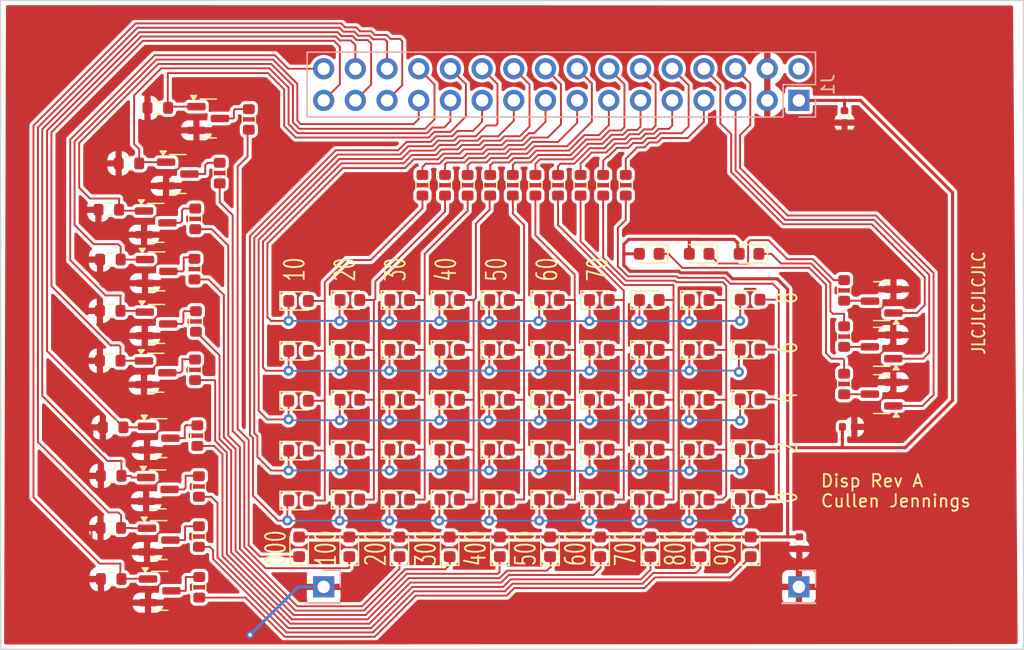
<source format=kicad_pcb>
(kicad_pcb (version 20240108) (generator "pcbnew") (generator_version "8.0")
  (title_block (title "Disp") (date "2024-05-26") (rev "A") (company "Cullen Jennings"))
  (layers (0 "F.Cu" signal) (31 "B.Cu" power) (34 "B.Paste" user) (35 "F.Paste" user) (36 "B.SilkS" user "B.Silkscreen") (37 "F.SilkS" user "F.Silkscreen") (38 "B.Mask" user) (39 "F.Mask" user) (44 "Edge.Cuts" user))
  (net 0 "")
  (net 1 "+3.3V")
  (net 2 "GND")
  (net 3 "Net-(D1-K)")
  (net 4 "Net-(Q1-D)")
  (net 5 "Net-(D2-K)")
  (net 6 "Net-(D3-K)")
  (net 7 "Net-(Q2-D)")
  (net 8 "Net-(Q3-D)")
  (net 9 "Net-(Q4-D)")
  (net 10 "Net-(Q5-D)")
  (net 11 "Net-(Q6-D)")
  (net 12 "Net-(Q7-D)")
  (net 13 "Net-(Q8-D)")
  (net 14 "/L4")
  (net 15 "/L8")
  (net 16 "/L3")
  (net 17 "/L7")
  (net 18 "/L2")
  (net 19 "/L6")
  (net 20 "/L5")
  (net 21 "Net-(Q9-D)")
  (net 22 "Net-(Q10-D)")
  (net 23 "Net-(Q11-D)")
  (net 24 "+6V")
  (net 25 "Net-(Q12-D)")
  (net 26 "/L9")
  (net 27 "/L10")
  (net 28 "Net-(Q13-D)")
  (net 29 "/NCOL1")
  (net 30 "/NCOL3")
  (net 31 "/NCOL5")
  (net 32 "/NCOL7")
  (net 33 "/NCOL9")
  (net 34 "/NCOL4")
  (net 35 "/NCOL2")
  (net 36 "/NCOL10")
  (net 37 "/NCOL6")
  (net 38 "/NCOL8")
  (net 39 "/NROW1")
  (net 40 "/NROW2")
  (net 41 "/NROW5")
  (net 42 "/NROW3")
  (net 43 "/NROW4")
  (net 44 "/C5")
  (net 45 "/C7")
  (net 46 "/C8")
  (net 47 "/C9")
  (net 48 "/C2")
  (net 49 "/C3")
  (net 50 "/C4")
  (net 51 "/C10")
  (net 52 "/C1")
  (net 53 "/L1")
  (net 54 "/LED9")
  (net 55 "/LED10")
  (net 56 "/LED7")
  (net 57 "/LED8")
  (net 58 "/LED1")
  (net 59 "/LED2")
  (net 60 "/LED3")
  (net 61 "/LED4")
  (net 62 "/LED5")
  (net 63 "/LED6")
  (net 64 "/LEDMG")
  (net 65 "/LEDMR")
  (net 66 "/LEDMB")
  (net 67 "/C6")
  (footprint "LED_SMD:LED_0603_1608Metric" (layer "F.Cu") (at 201 92)
    (property "Reference" "D20" (hide yes))
    (property "Value" "LED-G")
  )
  (footprint "LED_SMD:LED_0603_1608Metric" (layer "F.Cu") (at 205 96)
    (property "Reference" "D15" (hide yes))
    (property "Value" "LED-G")
  )
  (footprint "Resistor_SMD:R_0603_1608Metric" (layer "F.Cu") (at 184.923696 115.031421 90)
    (property "Reference" "R46" (hide yes))
    (property "Value" "100R")
  )
  (footprint "LED_SMD:LED_0603_1608Metric" (layer "F.Cu") (at 229 88.3 180)
    (property "Reference" "D2" (hide yes))
    (property "Value" "LED-G" (hide yes))
  )
  (footprint "LED_SMD:LED_0603_1608Metric" (layer "F.Cu") (at 197 100)
    (property "Reference" "D29" (hide yes))
    (property "Value" "LED-G")
  )
  (footprint "Package_TO_SOT_SMD:SOT-23" (layer "F.Cu") (at 181.674073 111.248258)
    (property "Reference" "Q5" (hide yes))
    (property "Value" "2N7002")
  )
  (footprint "LED_SMD:LED_0603_1608Metric" (layer "F.Cu") (at 229.08492 91.97485)
    (property "Reference" "D58" (hide yes))
    (property "Value" "LED-G")
  )
  (footprint "Package_TO_SOT_SMD:SOT-23" (layer "F.Cu") (at 181.438657 85.813811)
    (property "Reference" "Q2" (hide yes))
    (property "Value" "2N7002")
  )
  (footprint "LED_SMD:LED_0603_1608Metric" (layer "F.Cu") (at 209 108)
    (property "Reference" "D25" (hide yes))
    (property "Value" "LED-G")
  )
  (footprint "LED_SMD:LED_0603_1608Metric" (layer "F.Cu") (at 200.977778 111.7875 90)
    (property "Reference" "D5" (hide yes))
    (property "Value" "LED-R")
  )
  (footprint "Resistor_SMD:R_0603_1608Metric" (layer "F.Cu") (at 215.496031 82.79985 90)
    (property "Reference" "R56" (hide yes))
    (property "Value" "100R")
  )
  (footprint "LED_SMD:LED_0603_1608Metric" (layer "F.Cu") (at 201 100)
    (property "Reference" "D35" (hide yes))
    (property "Value" "LED-G")
  )
  (footprint "LED_SMD:LED_0603_1608Metric" (layer "F.Cu") (at 205 100)
    (property "Reference" "D32" (hide yes))
    (property "Value" "LED-G")
  )
  (footprint "Resistor_SMD:R_0603_1608Metric" (layer "F.Cu") (at 177.669257 84.764976)
    (property "Reference" "R35" (hide yes))
    (property "Value" "4K7")
  )
  (footprint "Package_TO_SOT_SMD:SOT-23" (layer "F.Cu") (at 181.431924 97.833589)
    (property "Reference" "Q8" (hide yes))
    (property "Value" "2N7002")
  )
  (footprint "Resistor_SMD:R_0603_1608Metric" (layer "F.Cu") (at 188.9 77.525 90)
    (property "Reference" "R6" (hide yes))
    (property "Value" "100R")
  )
  (footprint "Resistor_SMD:R_0603_1608Metric" (layer "F.Cu") (at 208.251587 82.79985 90)
    (property "Reference" "R51" (hide yes))
    (property "Value" "100R")
  )
  (footprint "Resistor_SMD:R_0603_1608Metric" (layer "F.Cu") (at 236.621336 94.932596 -90)
    (property "Reference" "R29" (hide yes))
    (property "Value" "100R" (hide yes))
  )
  (footprint "LED_SMD:LED_0603_1608Metric" (layer "F.Cu") (at 205 108)
    (property "Reference" "D31" (hide yes))
    (property "Value" "LED-G")
  )
  (footprint "LED_SMD:LED_0603_1608Metric" (layer "F.Cu") (at 209 100)
    (property "Reference" "D26" (hide yes))
    (property "Value" "LED-G")
  )
  (footprint "Resistor_SMD:R_0603_1608Metric" (layer "F.Cu") (at 177.833212 110.276753)
    (property "Reference" "R41" (hide yes))
    (property "Value" "4K7")
  )
  (footprint "Package_TO_SOT_SMD:SOT-23" (layer "F.Cu") (at 181.495201 93.918935)
    (property "Reference" "Q6" (hide yes))
    (property "Value" "2N7002")
  )
  (footprint "Resistor_SMD:R_0603_1608Metric" (layer "F.Cu") (at 213.68492 82.79985 90)
    (property "Reference" "R57" (hide yes))
    (property "Value" "100R")
  )
  (footprint "LED_SMD:LED_0603_1608Metric" (layer "F.Cu") (at 225 96)
    (property "Reference" "D40" (hide yes))
    (property "Value" "LED-G")
  )
  (footprint "LED_SMD:LED_0603_1608Metric" (layer "F.Cu") (at 221 108)
    (property "Reference" "D38" (hide yes))
    (property "Value" "LED-G")
  )
  (footprint "LED_SMD:LED_0603_1608Metric" (layer "F.Cu") (at 225 108)
    (property "Reference" "D37" (hide yes))
    (property "Value" "LED-G")
  )
  (footprint "LED_SMD:LED_0603_1608Metric" (layer "F.Cu") (at 217 92)
    (property "Reference" "D45" (hide yes))
    (property "Value" "LED-G")
  )
  (footprint "Resistor_SMD:R_0603_1608Metric" (layer "F.Cu") (at 211.873809 82.79985 90)
    (property "Reference" "R49" (hide yes))
    (property "Value" "100R")
  )
  (footprint "LED_SMD:LED_0603_1608Metric" (layer "F.Cu") (at 225 92)
    (property "Reference" "D43" (hide yes))
    (property "Value" "LED-G")
  )
  (footprint "LED_SMD:LED_0603_1608Metric" (layer "F.Cu") (at 225 104)
    (property "Reference" "D49" (hide yes))
    (property "Value" "LED-G")
  )
  (footprint "Package_TO_SOT_SMD:SOT-23" (layer "F.Cu") (at 239.630721 99.543926 180)
    (property "Reference" "Q11" (hide yes))
    (property "Value" "2N7002")
  )
  (footprint "LED_SMD:LED_0603_1608Metric" (layer "F.Cu") (at 225.11111 111.7875 90)
    (property "Reference" "D8" (hide yes))
    (property "Value" "LED-R")
  )
  (footprint "Capacitor_SMD:C_0402_1005Metric" (layer "F.Cu") (at 236.653491 77.303114 -90)
    (property "Reference" "C32" (hide yes))
    (property "Value" "100n")
  )
  (footprint "Package_TO_SOT_SMD:SOT-23" (layer "F.Cu") (at 181.604062 107.18524)
    (property "Reference" "Q3" (hide yes))
    (property "Value" "2N7002")
  )
  (footprint "LED_SMD:LED_0603_1608Metric" (layer "F.Cu") (at 221.088888 111.7875 90)
    (property "Reference" "D6" (hide yes))
    (property "Value" "LED-R")
  )
  (footprint "LED_SMD:LED_0603_1608Metric" (layer "F.Cu") (at 213 104)
    (property "Reference" "D24" (hide yes))
    (property "Value" "LED-G")
  )
  (footprint "LED_SMD:LED_0603_1608Metric" (layer "F.Cu") (at 221 88.3 180)
    (property "Reference" "D1" (hide yes))
    (property "Value" "LED-R" (hide yes))
  )
  (footprint "Package_TO_SOT_SMD:SOT-23" (layer "F.Cu") (at 181.756355 115.316408)
    (property "Reference" "Q7" (hide yes))
    (property "Value" "2N7002")
  )
  (footprint "Resistor_SMD:R_0603_1608Metric" (layer "F.Cu") (at 184.58565 97.598654 90)
    (property "Reference" "R48" (hide yes))
    (property "Value" "100R")
  )
  (footprint "LED_SMD:LED_0603_1608Metric" (layer "F.Cu") (at 217 104)
    (property "Reference" "D51" (hide yes))
    (property "Value" "LED-G")
  )
  (footprint "Resistor_SMD:R_0603_1608Metric" (layer "F.Cu") (at 184.769697 102.873984 90)
    (property "Reference" "R34" (hide yes))
    (property "Value" "100R" (hide yes))
  )
  (footprint "Resistor_SMD:R_0603_1608Metric" (layer "F.Cu") (at 184.602815 85.49663 90)
    (property "Reference" "R36" (hide yes))
    (property "Value" "100R")
  )
  (footprint "LED_SMD:LED_0603_1608Metric" (layer "F.Cu") (at 213 108)
    (property "Reference" "D14" (hide yes))
    (property "Value" "LED-G")
  )
  (footprint "Resistor_SMD:R_0603_1608Metric" (layer "F.Cu") (at 186.5625 81.825 90)
    (property "Reference" "R4" (hide yes))
    (property "Value" "100R")
  )
  (footprint "Resistor_SMD:R_0603_1608Metric" (layer "F.Cu") (at 179.2875 81.05)
    (property "Reference" "R3" (hide yes))
    (property "Value" "4K7")
  )
  (footprint "Resistor_SMD:R_0603_1608Metric" (layer "F.Cu") (at 184.657918 93.720259 90)
    (property "Reference" "R44" (hide yes))
    (property "Value" "100R")
  )
  (footprint "LED_SMD:LED_0603_1608Metric" (layer "F.Cu") (at 192.88492 96.07485)
    (property "Reference" "D52" (hide yes))
    (property "Value" "LED-G")
  )
  (footprint "Resistor_SMD:R_0603_1608Metric" (layer "F.Cu") (at 219.118254 82.79985 90)
    (property "Reference" "R2" (hide yes))
    (property "Value" "100R")
  )
  (footprint "LED_SMD:LED_0603_1608Metric" (layer "F.Cu") (at 217 108)
    (property "Reference" "D39" (hide yes))
    (property "Value" "LED-G")
  )
  (footprint "Package_TO_SOT_SMD:SOT-23" (layer "F.Cu") (at 185.6375 77.45)
    (property "Reference" "Q13" (hide yes))
    (property "Value" "2N7002")
  )
  (footprint "LED_SMD:LED_0603_1608Metric" (layer "F.Cu") (at 197 92)
    (property "Reference" "D19" (hide yes))
    (property "Value" "LED-G")
  )
  (footprint "LED_SMD:LED_0603_1608Metric" (layer "F.Cu") (at 192.88492 92.07485)
    (property "Reference" "D53" (hide yes))
    (property "Value" "LED-G")
  )
  (footprint "LED_SMD:LED_0603_1608Metric" (layer "F.Cu") (at 192.933334 111.7875 90)
    (property "Reference" "D63" (hide yes))
    (property "Value" "LED-R")
  )
  (footprint "Resistor_SMD:R_0603_1608Metric" (layer "F.Cu") (at 177.801015 88.758266)
    (property "Reference" "R39" (hide yes))
    (property "Value" "4K7")
  )
  (footprint "Resistor_SMD:R_0603_1608Metric" (layer "F.Cu") (at 206.440476 82.79985 90)
    (property "Reference" "R53" (hide yes))
    (property "Value" "100R")
  )
  (footprint "LED_SMD:LED_0603_1608Metric" (layer "F.Cu") (at 217 100)
    (property "Reference" "D48" (hide yes))
    (property "Value" "LED-G")
  )
  (footprint "LED_SMD:LED_0603_1608Metric" (layer "F.Cu") (at 197 96)
    (property "Reference" "D17" (hide yes))
    (property "Value" "LED-G")
  )
  (footprint "LED_SMD:LED_0603_1608Metric" (layer "F.Cu") (at 229.08492 103.96735)
    (property "Reference" "D61" (hide yes))
    (property "Value" "LED-G")
  )
  (footprint "LED_SMD:LED_0603_1608Metric" (layer "F.Cu") (at 221 92)
    (property "Reference" "D44" (hide yes))
    (property "Value" "LED-G")
  )
  (footprint "LED_SMD:LED_0603_1608Metric" (layer "F.Cu") (at 205 111.7875 90)
    (property "Reference" "D7" (hide yes))
    (property "Value" "LED-R")
  )
  (footprint "LED_SMD:LED_0603_1608Metric" (layer "F.Cu") (at 213.044444 111.7875 90)
    (property "Reference" "D11" (hide yes))
    (property "Value" "LED-R")
  )
  (footprint "LED_SMD:LED_0603_1608Metric" (layer "F.Cu") (at 209.022222 111.7875 90)
    (property "Reference" "D9" (hide yes))
    (property "Value" "LED-R")
  )
  (footprint "LED_SMD:LED_0603_1608Metric" (layer "F.Cu") (at 197 104)
    (property "Reference" "D30" (hide yes))
    (property "Value" "LED-G")
  )
  (footprint "LED_SMD:LED_0603_1608Metric" (layer "F.Cu") (at 192.88492 104.07485)
    (property "Reference" "D56" (hide yes))
    (property "Value" "LED-G")
  )
  (footprint "LED_SMD:LED_0603_1608Metric" (layer "F.Cu") (at 192.88492 108.07485)
    (property "Reference" "D54" (hide yes))
    (property "Value" "LED-G")
  )
  (footprint "LED_SMD:LED_0603_1608Metric" (layer "F.Cu") (at 229.08492 99.96985)
    (property "Reference" "D60" (hide yes))
    (property "Value" "LED-G")
  )
  (footprint "LED_SMD:LED_0603_1608Metric" (layer "F.Cu") (at 213 100)
    (property "Reference" "D23" (hide yes))
    (property "Value" "LED-G")
  )
  (footprint "LED_SMD:LED_0603_1608Metric" (layer "F.Cu") (at 217 96)
    (property "Reference" "D42" (hide yes))
    (property "Value" "LED-G")
  )
  (footprint "Resistor_SMD:R_0603_1608Metric" (layer "F.Cu") (at 217.307142 82.79985 90)
    (property "Reference" "R55" (hide yes))
    (property "Value" "100R")
  )
  (footprint "Package_TO_SOT_SMD:SOT-23" (layer "F.Cu") (at 183.2 81.9)
    (property "Reference" "Q12" (hide yes))
    (property "Value" "2N7002")
  )
  (footprint "Resistor_SMD:R_0603_1608Metric" (layer "F.Cu") (at 184.537471 89.528701 90)
    (property "Reference" "R40" (hide yes))
    (property "Value" "100R")
  )
  (footprint "Resistor_SMD:R_0603_1608Metric" (layer "F.Cu") (at 202.818254 82.79985 90)
    (property "Reference" "R1" (hide yes))
    (property "Value" "100R")
  )
  (footprint "LED_SMD:LED_0603_1608Metric" (layer "F.Cu") (at 192.88492 100.07485)
    (property "Reference" "D55" (hide yes))
    (property "Value" "LED-G")
  )
  (footprint "LED_SMD:LED_0603_1608Metric" (layer "F.Cu") (at 221 96)
    (property "Reference" "D41" (hide yes))
    (property "Value" "LED-G")
  )
  (footprint "LED_SMD:LED_0603_1608Metric" (layer "F.Cu") (at 209 96)
    (property "Reference" "D16" (hide yes))
    (property "Value" "LED-G")
  )
  (footprint "LED_SMD:LED_0603_1608Metric" (layer "F.Cu") (at 205 104)
    (property "Reference" "D33" (hide yes))
    (property "Value" "LED-G")
  )
  (footprint "LED_SMD:LED_0603_1608Metric" (layer "F.Cu") (at 213 92)
    (property "Reference" "D13" (hide yes))
    (property "Value" "LED-G")
  )
  (footprint "LED_SMD:LED_0603_1608Metric" (layer "F.Cu") (at 201 108)
    (property "Reference" "D34" (hide yes))
    (property "Value" "LED-G")
  )
  (footprint "LED_SMD:LED_0603_1608Metric" (layer "F.Cu") (at 209 92)
    (property "Reference" "D22" (hide yes))
    (property "Value" "LED-G")
  )
  (footprint "LED_SMD:LED_0603_1608Metric" (layer "F.Cu") (at 225 88.3 180)
    (property "Reference" "D3" (hide yes))
    (property "Value" "LED-Y" (hide yes))
  )
  (footprint "Package_TO_SOT_SMD:SOT-23" (layer "F.Cu") (at 239.639673 92.092103 180)
    (property "Reference" "Q10" (hide yes))
    (property "Value" "2N7002")
  )
  (footprint "LED_SMD:LED_0603_1608Metric" (layer "F.Cu") (at 229.133334 111.7875 90)
    (property "Reference" "D10" (hide yes))
    (property "Value" "LED-R")
  )
  (footprint "Resistor_SMD:R_0603_1608Metric" (layer "F.Cu") (at 184.896215 106.952244 90)
    (property "Reference" "R38" (hide yes))
    (property "Value" "100R")
  )
  (footprint "Resistor_SMD:R_0603_1608Metric" (layer "F.Cu") (at 210.062698 82.79985 90)
    (property "Reference" "R50" (hide yes))
    (property "Value" "100R")
  )
  (footprint "LED_SMD:LED_0603_1608Metric" (layer "F.Cu") (at 201 96)
    (property "Reference" "D18" (hide yes))
    (property "Value" "LED-G")
  )
  (footprint "Package_TO_SOT_SMD:SOT-23" (layer "F.Cu") (at 181.673195 103.077001)
    (property "Reference" "Q1" (hide yes))
    (property "Value" "2N7002" (hide yes))
  )
  (footprint "Resistor_SMD:R_0603_1608Metric" (layer "F.Cu") (at 181.6 76.6)
    (property "Reference" "R5" (hide yes))
    (property "Value" "4K7")
  )
  (footprint "LED_SMD:LED_0603_1608Metric" (layer "F.Cu") (at 221 100)
    (property "Reference" "D47" (hide yes))
    (property "Value" "LED-G")
  )
  (footprint "Resistor_SMD:R_0603_1608Metric" (layer "F.Cu") (at 184.896215 110.964352 90)
    (property "Reference" "R42" (hide yes))
    (property "Value" "100R")
  )
  (footprint "LED_SMD:LED_0603_1608Metric" (layer "F.Cu") (at 225 100)
    (property "Reference" "D46" (hide yes))
    (property "Value" "LED-G")
  )
  (footprint "Resistor_SMD:R_0603_1608Metric" (layer "F.Cu") (at 236.621336 98.732596 -90)
    (property "Reference" "R30" (hide yes))
    (property "Value" "100R" (hide yes))
  )
  (footprint "Package_TO_SOT_SMD:SOT-23" (layer "F.Cu") (at 181.512294 89.705959)
    (property "Reference" "Q4" (hide yes))
    (property "Value" "2N7002")
  )
  (footprint "LED_SMD:LED_0603_1608Metric" (layer "F.Cu") (at 217.066666 111.7875 90)
    (property "Reference" "D4" (hide yes))
    (property "Value" "LED-R")
  )
  (footprint "LED_SMD:LED_0603_1608Metric" (layer "F.Cu") (at 221 104)
    (property "Reference" "D50" (hide yes))
    (property "Value" "LED-G")
  )
  (footprint "Resistor_SMD:R_0603_1608Metric" (layer "F.Cu") (at 177.86188 114.371302)
    (property "Reference" "R45" (hide yes))
    (property "Value" "4K7")
  )
  (footprint "LED_SMD:LED_0603_1608Metric" (layer "F.Cu") (at 205 92)
    (property "Reference" "D21" (hide yes))
    (property "Value" "LED-G")
  )
  (footprint "LED_SMD:LED_0603_1608Metric" (layer "F.Cu") (at 201 104)
    (property "Reference" "D36" (hide yes))
    (property "Value" "LED-G")
  )
  (footprint "LED_SMD:LED_0603_1608Metric" (layer "F.Cu") (at 213 96)
    (property "Reference" "D12" (hide yes))
    (property "Value" "LED-G")
  )
  (footprint "Resistor_SMD:R_0603_1608Metric" (layer "F.Cu") (at 177.783557 96.867994)
    (property "Reference" "R47" (hide yes))
    (property "Value" "4K7")
  )
  (footprint "LED_SMD:LED_0603_1608Metric" (layer "F.Cu") (at 197 108)
    (property "Reference" "D28" (hide yes))
    (property "Value" "LED-G")
  )
  (footprint "LED_SMD:LED_0603_1608Metric" (layer "F.Cu") (at 229.08492 95.97235)
    (property "Reference" "D57" (hide yes))
    (property "Value" "LED-G")
  )
  (footprint "Capacitor_SMD:C_0402_1005Metric" (layer "F.Cu") (at 236.96492 102.17485)
    (property "Reference" "C36" (hide yes))
    (property "Value" "100n")
  )
  (footprint "Resistor_SMD:R_0603_1608Metric" (layer "F.Cu") (at 177.860692 106.099764)
    (property "Reference" "R37" (hide yes))
    (property "Value" "4K7")
  )
  (footprint "LED_SMD:LED_0603_1608Metric" (layer "F.Cu") (at 209 104)
    (property "Reference" "D27" (hide yes))
    (property "Value" "LED-G")
  )
  (footprint "LED_SMD:LED_0603_1608Metric" (layer "F.Cu") (at 229.08492 107.964852)
    (property "Reference" "D59" (hide yes))
    (property "Value" "LED-G")
  )
  (footprint "Resistor_SMD:R_0603_1608Metric" (layer "F.Cu") (at 236.621336 91.232596 -90)
    (property "Reference" "R31" (hide yes))
    (property "Value" "100R" (hide yes))
  )
  (footprint "Capacitor_SMD:C_0402_1005Metric" (layer "F.Cu") (at 233.029744 111.471147 -90)
    (property "Reference" "C38" (hide yes))
    (property "Value" "100n")
  )
  (footprint "Resistor_SMD:R_0603_1608Metric" (layer "F.Cu") (at 178.020156 102.210085)
    (property "Reference" "R33" (hide yes))
    (property "Value" "4K7")
  )
  (footprint "Package_TO_SOT_SMD:SOT-23" (layer "F.Cu") (at 239.625184 95.755638 180)
    (property "Reference" "Q9" (hide yes))
    (property "Value" "2N7002")
  )
  (footprint "LED_SMD:LED_0603_1608Metric" (layer "F.Cu") (at 196.955556 111.7875 90)
    (property "Reference" "D62" (hide yes))
    (property "Value" "LED-R")
  )
  (footprint "Resistor_SMD:R_0603_1608Metric" (layer "F.Cu") (at 204.629365 82.79985 90)
    (property "Reference" "R52" (hide yes))
    (property "Value" "100R")
  )
  (footprint "Resistor_SMD:R_0603_1608Metric" (layer "F.Cu") (at 177.784563 92.87117)
    (property "Reference" "R43" (hide yes))
    (property "Value" "4K7")
  )
  (footprint "Connector_PinHeader_2.54mm:PinHeader_2x16_P2.54mm_Vertical" (layer "B.Cu") (at 233 76 90)
    (property "Reference" "J1")
    (property "Value" "Conn_02x16_Odd_Even_FLIP" (hide yes))
  )
  (footprint "Connector_PinHeader_2.54mm:PinHeader_1x01_P2.54mm_Vertical" (layer "B.Cu") (at 194.9 115 180)
    (property "Reference" "J3" (hide yes))
    (property "Value" "Conn_01x01_Pin" (hide yes))
  )
  (footprint "Connector_PinHeader_2.54mm:PinHeader_1x01_P2.54mm_Vertical" (layer "B.Cu") (at 233 115 180)
    (property "Reference" "J2" (hide yes))
    (property "Value" "Conn_01x01_Pin" (hide yes))
  )
  (gr_line (start 169 120) (end 251 120) (stroke (width 0.1)) (layer "Edge.Cuts"))
  (gr_line (start 169 68) (end 251 68) (stroke (width 0.1)) (layer "Edge.Cuts"))
  (gr_line (start 251 68) (end 251 120) (stroke (width 0.1)) (layer "Edge.Cuts"))
  (gr_line (start 169 68) (end 169 120) (stroke (width 0.1)) (layer "Edge.Cuts"))
  (gr_text "100\n" (at 196.005555 113.425 90) (layer "F.SilkS") (effects (font (size 1.6 1)) (justify left bottom)))
  (gr_text "Disp Rev A\nCullen Jennings" (at 234.664442 108.693825 0) (layer "F.SilkS") (effects (font (size 1 1)) (justify left bottom)))
  (gr_text "50\n" (at 209.7 90.6 90) (layer "F.SilkS") (effects (font (size 1.6 1)) (justify left bottom)))
  (gr_text "400" (at 208.02222 113.425 90) (layer "F.SilkS") (effects (font (size 1.6 1)) (justify left bottom)))
  (gr_text "2" (at 233 104.4 90) (layer "F.SilkS") (effects (font (size 1.6 1)) (justify left bottom)))
  (gr_text "4" (at 233 100.4 90) (layer "F.SilkS") (effects (font (size 1.6 1)) (justify left bottom)))
  (gr_text "6" (at 233 96.4 90) (layer "F.SilkS") (effects (font (size 1.6 1)) (justify left bottom)))
  (gr_text "700\n" (at 220.038885 113.425 90) (layer "F.SilkS") (effects (font (size 1.6 1)) (justify left bottom)))
  (gr_text "70" (at 217.8 90.6 90) (layer "F.SilkS") (effects (font (size 1.6 1)) (justify left bottom)))
  (gr_text "600" (at 216.03333 113.425 90) (layer "F.SilkS") (effects (font (size 1.6 1)) (justify left bottom)))
  (gr_text "900" (at 228.05 113.425 90) (layer "F.SilkS") (effects (font (size 1.6 1)) (justify left bottom)))
  (gr_text "500" (at 212.027775 113.425 90) (layer "F.SilkS") (effects (font (size 1.6 1)) (justify left bottom)))
  (gr_text "20" (at 197.55 90.6 90) (layer "F.SilkS") (effects (font (size 1.6 1)) (justify left bottom)))
  (gr_text "30" (at 201.6 90.6 90) (layer "F.SilkS") (effects (font (size 1.6 1)) (justify left bottom)))
  (gr_text "000" (at 192 113.425 90) (layer "F.SilkS") (effects (font (size 1.6 1)) (justify left bottom)))
  (gr_text "JLCJLCJLCJLC" (at 247.996157 96.457867 90) (layer "F.SilkS") (effects (font (size 1 0.8)) (justify left bottom)))
  (gr_text "200" (at 200.01111 113.425 90) (layer "F.SilkS") (effects (font (size 1.6 1)) (justify left bottom)))
  (gr_text "800" (at 224.04444 113.425 90) (layer "F.SilkS") (effects (font (size 1.6 1)) (justify left bottom)))
  (gr_text "8" (at 233 92.4 90) (layer "F.SilkS") (effects (font (size 1.6 1)) (justify left bottom)))
  (gr_text "40" (at 205.65 90.6 90) (layer "F.SilkS") (effects (font (size 1.6 1)) (justify left bottom)))
  (gr_text "0" (at 233 108.4 90) (layer "F.SilkS") (effects (font (size 1.6 1)) (justify left bottom)))
  (gr_text "300" (at 204.016665 113.425 90) (layer "F.SilkS") (effects (font (size 1.6 1)) (justify left bottom)))
  (gr_text "60" (at 213.75 90.6 90) (layer "F.SilkS") (effects (font (size 1.6 1)) (justify left bottom)))
  (gr_text "10" (at 193.5 90.6 90) (layer "F.SilkS") (effects (font (size 1.6 1)) (justify left bottom)))
  (segment (start 219.450608 89.7) (end 223.365705 89.7) (width 0.25) (layer "F.Cu") (net 1))
  (segment (start 233.029744 110.991147) (end 232.126368 110.991147) (width 0.25) (layer "F.Cu") (net 1))
  (segment (start 220.2125 88.3) (end 219.058204 88.3) (width 0.25) (layer "F.Cu") (net 1))
  (segment (start 228.1 88.1875) (end 228.2125 88.3) (width 0.25) (layer "F.Cu") (net 1))
  (segment (start 217.066666 111) (end 213.044444 111) (width 0.25) (layer "F.Cu") (net 1))
  (segment (start 232.097954 103.835922) (end 232.093262 103.840614) (width 0.25) (layer "F.Cu") (net 1))
  (segment (start 232.097954 91.14158) (end 232.097954 103.835922) (width 0.25) (layer "F.Cu") (net 1))
  (segment (start 223.490555 89.82485) (end 227.195581 89.824851) (width 0.25) (layer "F.Cu") (net 1))
  (segment (start 224.2125 88.3) (end 224.2125 87.174302) (width 0.25) (layer "F.Cu") (net 1))
  (segment (start 232.093262 110.958041) (end 232.126368 110.991147) (width 0.25) (layer "F.Cu") (net 1))
  (segment (start 232.093262 103.840614) (end 232.093262 110.958041) (width 0.25) (layer "F.Cu") (net 1))
  (segment (start 205 111) (end 200.977778 111) (width 0.25) (layer "F.Cu") (net 1))
  (segment (start 227.670729 90.3) (end 231.256374 90.3) (width 0.25) (layer "F.Cu") (net 1))
  (segment (start 218.958204 89.207596) (end 219.450608 89.7) (width 0.25) (layer "F.Cu") (net 1))
  (segment (start 245.31553 83.389175) (end 245.31553 100.05243) (width 0.25) (layer "F.Cu") (net 1))
  (segment (start 236.484954 103.840614) (end 232.093262 103.840614) (width 0.25) (layer "F.Cu") (net 1))
  (segment (start 233 76) (end 236.662532 76) (width 0.25) (layer "F.Cu") (net 1))
  (segment (start 219.363061 87.136939) (end 225.024005 87.136939) (width 0.25) (layer "F.Cu") (net 1))
  (segment (start 229.133334 111) (end 225.11111 111) (width 0.25) (layer "F.Cu") (net 1))
  (segment (start 218.958204 88.4) (end 218.958204 89.207596) (width 0.25) (layer "F.Cu") (net 1))
  (segment (start 245.31553 100.05243) (end 241.527346 103.840614) (width 0.25) (layer "F.Cu") (net 1))
  (segment (start 231.256374 90.3) (end 232.097954 91.14158) (width 0.25) (layer "F.Cu") (net 1))
  (segment (start 224.741315 87.142181) (end 227.808654 87.142181) (width 0.25) (layer "F.Cu") (net 1))
  (segment (start 225.11111 111) (end 221.088888 111) (width 0.25) (layer "F.Cu") (net 1))
  (segment (start 213.044444 111) (end 209.022222 111) (width 0.25) (layer "F.Cu") (net 1))
  (segment (start 218.958204 87.541796) (end 219.363061 87.136939) (width 0.25) (layer "F.Cu") (net 1))
  (segment (start 236.48492 102.17485) (end 236.48492 103.84058) (width 0.25) (layer "F.Cu") (net 1))
  (segment (start 223.365705 89.7) (end 223.490555 89.82485) (width 0.25) (layer "F.Cu") (net 1))
  (segment (start 219.058204 88.3) (end 218.958204 88.4) (width 0.25) (layer "F.Cu") (net 1))
  (segment (start 227.808654 87.142181) (end 228.1 87.433527) (width 0.25) (layer "F.Cu") (net 1))
  (segment (start 218.958204 88.4) (end 218.958204 87.541796) (width 0.25) (layer "F.Cu") (net 1))
  (segment (start 232.126368 110.991147) (end 229.142187 110.991147) (width 0.25) (layer "F.Cu") (net 1))
  (segment (start 236.662532 76) (end 237.926355 76) (width 0.25) (layer "F.Cu") (net 1))
  (segment (start 236.48492 103.84058) (end 236.484954 103.840614) (width 0.25) (layer "F.Cu") (net 1))
  (segment (start 241.527346 103.840614) (end 236.484954 103.840614) (width 0.25) (layer "F.Cu") (net 1))
  (segment (start 237.926355 76) (end 245.31553 83.389175) (width 0.25) (layer "F.Cu") (net 1))
  (segment (start 229.142187 110.991147) (end 229.133334 111) (width 0.25) (layer "F.Cu") (net 1))
  (segment (start 228.1 87.433527) (end 228.1 88.1875) (width 0.25) (layer "F.Cu") (net 1))
  (segment (start 236.653491 76.823114) (end 236.653491 76.009041) (width 0.25) (layer "F.Cu") (net 1))
  (segment (start 236.653491 76.009041) (end 236.662532 76) (width 0.25) (layer "F.Cu") (net 1))
  (segment (start 221.088888 111) (end 217.066666 111) (width 0.25) (layer "F.Cu") (net 1))
  (segment (start 209.022222 111) (end 205 111) (width 0.25) (layer "F.Cu") (net 1))
  (segment (start 200.977778 111) (end 196.955556 111) (width 0.25) (layer "F.Cu") (net 1))
  (segment (start 227.195581 89.824851) (end 227.670729 90.3) (width 0.25) (layer "F.Cu") (net 1))
  (segment (start 196.955556 111) (end 192.933334 111) (width 0.25) (layer "F.Cu") (net 1))
  (segment (start 182.38492 94.97485) (end 182.28492 94.87485) (width 0.15) (layer "F.Cu") (net 2))
  (segment (start 224.52823 110.369616) (end 223.290897 110.369616) (width 0.15) (layer "F.Cu") (net 2))
  (segment (start 176.282629 110.336074) (end 176.282629 111.524519) (width 0.15) (layer "F.Cu") (net 2))
  (segment (start 230.46 71.224895) (end 228.659955 69.42485) (width 0.25) (layer "F.Cu") (net 2))
  (segment (start 182.48492 114.07485) (end 182.48492 112.57485) (width 0.15) (layer "F.Cu") (net 2))
  (segment (start 176.393071 102.210085) (end 176.351708 102.251448) (width 0.15) (layer "F.Cu") (net 2))
  (segment (start 182.2625 82.85) (end 182.2625 82.436459) (width 0.15) (layer "F.Cu") (net 2))
  (segment (start 229.020553 109.893812) (end 228.564515 110.34985) (width 0.15) (layer "F.Cu") (net 2))
  (segment (start 178.873071 98.783589) (end 178.844382 98.7549) (width 0.15) (layer "F.Cu") (net 2))
  (segment (start 178.555108 86.976531) (end 178.822905 86.708734) (width 0.15) (layer "F.Cu") (net 2))
  (segment (start 221.41555 109.874736) (end 220.98528 109.874736) (width 0.15) (layer "F.Cu") (net 2))
  (segment (start 237.44492 102.17485) (end 239.08492 102.17485) (width 0.25) (layer "F.Cu") (net 2))
  (segment (start 182.2125 82.8) (end 182.2625 82.85) (width 0.15) (layer "F.Cu") (net 2))
  (segment (start 180.735695 104.027001) (end 180.735695 103.465542) (width 0.15) (layer "F.Cu") (net 2))
  (segment (start 177.503107 108.175832) (end 178.771479 108.175832) (width 0.15) (layer "F.Cu") (net 2))
  (segment (start 182.48492 109.888452) (end 182.48492 108.37485) (width 0.15) (layer "F.Cu") (net 2))
  (segment (start 192.831596 94.629383) (end 192.831596 98.405252) (width 0.15) (layer "F.Cu") (net 2))
  (segment (start 180.736573 112.198258) (end 180.736573 111.636799) (width 0.15) (layer "F.Cu") (net 2))
  (segment (start 176.959563 92.87117) (end 176.959563 94.275737) (width 0.15) (layer "F.Cu") (net 2))
  (segment (start 182.2625 82.436459) (end 184.7 79.998959) (width 0.15) (layer "F.Cu") (net 2))
  (segment (start 192.893496 109.720869) (end 192.264365 110.35) (width 0.15) (layer "F.Cu") (net 2))
  (segment (start 180.735695 104.027001) (end 178.998407 104.027001) (width 0.15) (layer "F.Cu") (net 2))
  (segment (start 229.083423 109.893812) (end 229.020553 109.893812) (width 0.15) (layer "F.Cu") (net 2))
  (segment (start 180.68492 107.07485) (end 181.165493 107.07485) (width 0.15) (layer "F.Cu") (net 2))
  (segment (start 178.872454 104.148978) (end 178.996419 104.025013) (width 0.15) (layer "F.Cu") (net 2))
  (segment (start 178.4625 81.05) (end 178.4625 82.1625) (width 0.15) (layer "F.Cu") (net 2))
  (segment (start 238.703996 98.593926) (end 238.48492 98.37485) (width 0.15) (layer "F.Cu") (net 2))
  (segment (start 178.480963 90.940831) (end 178.846234 90.57556) (width 0.15) (layer "F.Cu") (net 2))
  (segment (start 177.585292 99.21222) (end 178.387062 99.21222) (width 0.15) (layer "F.Cu") (net 2))
  (segment (start 182.48492 112.57485) (end 182.08492 112.17485) (width 0.15) (layer "F.Cu") (net 2))
  (segment (start 182.18492 108.07485) (end 182.12453 108.13524) (width 0.15) (layer "F.Cu") (net 2))
  (segment (start 178.4625 82.1625) (end 179.1 82.8) (width 0.15) (layer "F.Cu") (net 2))
  (segment (start 176.844257 86.035838) (end 176.85479 86.046371) (width 0.15) (layer "F.Cu") (net 2))
  (segment (start 236.653491 77.783114) (end 236.653491 78.461439) (width 0.25) (layer "F.Cu") (net 2))
  (segment (start 177.788629 116.266408) (end 180.818855 116.266408) (width 0.15) (layer "F.Cu") (net 2))
  (segment (start 230.46 73.46) (end 230.46 71.224895) (width 0.25) (layer "F.Cu") (net 2))
  (segment (start 176.948891 110.336074) (end 176.282629 110.336074) (width 0.15) (layer "F.Cu") (net 2))
  (segment (start 238.48492 93.795815) (end 240.577173 91.703562) (width 0.15) (layer "F.Cu") (net 2))
  (segment (start 182.78492 105.455423) (end 182.78492 104.27485) (width 0.15) (layer "F.Cu") (net 2))
  (segment (start 180.818855 118.069542) (end 189 118.069542) (width 0.25) (layer "F.Cu") (net 2))
  (segment (start 244.463166 84.483674) (end 244.463166 99.950814) (width 0.25) (layer "F.Cu") (net 2))
  (segment (start 238.48492 98.37485) (end 238.48492 97.37485) (width 0.15) (layer "F.Cu") (net 2))
  (segment (start 221.001233 106.358695) (end 220.9937 106.351162) (width 0.15) (layer "F.Cu") (net 2))
  (segment (start 180.735695 103.465542) (end 182.78492 101.416317) (width 0.15) (layer "F.Cu") (net 2))
  (segment (start 217.023088 90.66125) (end 217.023088 109.577532) (width 0.15) (layer "F.Cu") (net 2))
  (segment (start 242.243362 102.170618) (end 239.089152 102.170618) (width 0.25) (layer "F.Cu") (net 2))
  (segment (start 170.18168 78.007107) (end 170.18168 109.60139) (width 0.25) (layer "F.Cu") (net 2))
  (segment (start 177.03688 114.371302) (end 177.03688 115.514659) (width 0.15) (layer "F.Cu") (net 2))
  (segment (start 178.877982 86.763811) (end 178.822905 86.708734) (width 0.15) (layer "F.Cu") (net 2))
  (segment (start 176.85479 86.046371) (end 176.85479 86.340164) (width 0.15) (layer "F.Cu") (net 2))
  (segment (start 231.6 119.4) (end 233 118) (width 0.25) (layer "F.Cu") (net 2))
  (segment (start 238.440931 78.461439) (end 244.463166 84.483674) (width 0.25) (layer "F.Cu") (net 2))
  (segment (start 180.494424 98.783589) (end 178.873071 98.783589) (width 0.15) (layer "F.Cu") (net 2))
  (segment (start 184.7 79.998959) (end 184.7 78.4) (width 0.15) (layer "F.Cu") (net 2))
  (segment (start 190.625 119.4) (end 231.6 119.4) (width 0.25) (layer "F.Cu") (net 2))
  (segment (start 180.666562 108.13524) (end 178.812071 108.13524) (width 0.15) (layer "F.Cu") (net 2))
  (segment (start 181.165493 107.07485) (end 182.78492 105.455423) (width 0.15) (layer "F.Cu") (net 2))
  (segment (start 178.926633 90.655959) (end 178.846234 90.57556) (width 0.15) (layer "F.Cu") (net 2))
  (segment (start 176.351708 102.251448) (end 176.351708 103.195597) (width 0.15) (layer "F.Cu") (net 2))
  (segment (start 177.352621 104.148978) (end 178.872454 104.148978) (width 0.15) (layer "F.Cu") (net 2))
  (segment (start 220.98528 109.895915) (end 220.516392 110.364803) (width 0.15) (layer "F.Cu") (net 2))
  (segment (start 192.85223 98.425886) (end 192.893496 98.467152) (width 0.15) (layer "F.Cu") (net 2))
  (segment (start 231.244103 78.478211) (end 236.636719 78.478211) (width 0.25) (layer "F.Cu") (net 2))
  (segment (start 182.48492 108.37485) (end 182.18492 108.07485) (width 0.15) (layer "F.Cu") (net 2))
  (segment (start 182.08492 112.17485) (end 182.061512 112.198258) (width 0.15) (layer "F.Cu") (net 2))
  (segment (start 178.81326 94.868935) (end 178.787606 94.843281) (width 0.15) (layer "F.Cu") (net 2))
  (segment (start 182.061512 112.198258) (end 180.736573 112.198258) (width 0.15) (layer "F.Cu") (net 2))
  (segment (start 182.38492 98.77485) (end 182.376181 98.783589) (width 0.15) (layer "F.Cu") (net 2))
  (segment (start 192.893496 98.467152) (end 192.893496 102.346188) (width 0.15) (layer "F.Cu") (net 2))
  (segment (start 176.282629 111.524519) (end 177.158073 112.399963) (width 0.15) (layer "F.Cu") (net 2))
  (segment (start 180.818855 115.740915) (end 182.48492 114.07485) (width 0.15) (layer "F.Cu") (net 2))
  (segment (start 238.48492 97.37485) (end 240.562684 95.297086) (width 0.15) (layer "F.Cu") (net 2))
  (segment (start 177.529452 94.845626) (end 177.531797 94.843281) (width 0.15) (layer "F.Cu") (net 2))
  (segment (start 182.48492 90.77485) (end 182.366029 90.655959) (width 0.15) (layer "F.Cu") (net 2))
  (segment (start 180.666562 107.093208) (end 180.68492 107.07485) (width 0.15) (layer "F.Cu") (net 2))
  (segment (start 192.831596 98.405252) (end 192.85223 98.425886) (width 0.15) (layer "F.Cu") (net 2))
  (segment (start 176.85479 86.340164) (end 177.491157 86.976531) (width 0.15) (layer "F.Cu") (net 2))
  (segment (start 230.342073 111.832018) (end 192.257018 111.832018) (width 0.15) (layer "F.Cu") (net 2))
  (segment (start 178.614964 112.198258) (end 178.588895 112.172189) (width 0.15) (layer "F.Cu") (net 2))
  (segment (start 180.563616 94.87485) (end 180.557701 94.868935) (width 0.15) (layer "F.Cu") (net 2))
  (segment (start 177.035692 107.708417) (end 177.503107 108.175832) (width 0.15) (layer "F.Cu") (net 2))
  (segment (start 217.810359 110.364803) (end 217.023088 109.577532) (width 0.15) (layer "F.Cu") (net 2))
  (segment (start 233 111.980891) (end 233.029744 111.951147) (width 0.25) (layer "F.Cu") (net 2))
  (segment (start 230.37344 111.800651) (end 230.342073 111.832018) (width 0.15) (layer "F.Cu") (net 2))
  (segment (start 180.501157 86.763811) (end 178.877982 86.763811) (width 0.15) (layer "F.Cu") (net 2))
  (segment (start 180.512196 86.77485) (end 180.501157 86.763811) (width 0.15) (layer "F.Cu") (net 2))
  (segment (start 176.844257 84.764976) (end 176.844257 86.035838) (width 0.15) (layer "F.Cu") (net 2))
  (segment (start 182.376181 98.783589) (end 180.494424 98.783589) (width 0.15) (layer "F.Cu") (net 2))
  (segment (start 177.531797 94.843281) (end 178.787606 94.843281) (width 0.15) (layer "F.Cu") (net 2))
  (segment (start 236.653491 78.461439) (end 238.440931 78.461439) (width 0.25) (layer "F.Cu") (net 2))
  (segment (start 239.08492 100.543072) (end 239.08492 102.17485) (width 0.15) (layer "F.Cu") (net 2))
  (segment (start 180.557701 94.868935) (end 178.81326 94.868935) (width 0.15) (layer "F.Cu") (net 2))
  (segment (start 236.653491 78.461439) (end 236.636719 78.478211) (width 0.25) (layer "F.Cu") (net 2))
  (segment (start 180.557701 94.868935) (end 180.557701 94.307476) (width 0.15) (layer "F.Cu") (net 2))
  (segment (start 239.089152 102.170618) (end 239.08492 102.17485) (width 0.25) (layer "F.Cu") (net 2))
  (segment (start 222.796017 109.874736) (end 221.41555 109.874736) (width 0.15) (layer "F.Cu") (net 2))
  (segment (start 192.893496 109.4) (end 192.893496 109.720869) (width 0.15) (layer "F.Cu") (net 2))
  (segment (start 228.659955 69.42485) (end 178.763937 69.42485) (width 0.25) (layer "F.Cu") (net 2))
  (segment (start 229.083423 91.416321) (end 229.083423 109.893812) (width 0.15) (layer "F.Cu") (net 2))
  (segment (start 182.48492 88.184374) (end 182.48492 86.97485) (width 0.15) (layer "F.Cu") (net 2))
  (segment (start 180.574794 90.0945) (end 182.48492 88.184374) (width 0.15) (layer "F.Cu") (net 2))
  (segment (start 178.998407 104.027001) (end 178.996419 104.025013) (width 0.15) (layer "F.Cu") (net 2))
  (segment (start 180.818855 116.266408) (end 180.818855 115.740915) (width 0.15) (layer "F.Cu") (net 2))
  (segment (start 240.577173 91.703562) (end 240.577173 91.142103) (width 0.15) (layer "F.Cu") (net 2))
  (segment (start 240.562684 94.805638) (end 238.915708 94.805638) (width 0.15) (layer "F.Cu") (net 2))
  (segment (start 180.501157 86.202352) (end 182.2625 84.441009) (width 0.15) (layer "F.Cu") (net 2))
  (segment (start 220.516392 110.364803) (end 217.810359 110.364803) (width 0.15) (layer "F.Cu") (net 2))
  (segment (start 221.41555 109.492441) (end 221.001233 109.078124) (width 0.15) (layer "F.Cu") (net 2))
  (segment (start 182.2625 84.441009) (end 182.2625 82.85) (width 0.15) (layer "F.Cu") (net 2))
  (segment (start 182.48492 86.97485) (end 182.28492 86.77485) (width 0.15) (layer "F.Cu") (net 2))
  (segment (start 225.017243 109.880603) (end 224.52823 110.369616) (width 0.15) (layer "F.Cu") (net 2))
  (segment (start 182.78492 99.17485) (end 182.38492 98.77485) (width 0.15) (layer "F.Cu") (net 2))
  (segment (start 189.294542 118.069542) (end 190.625 119.4) (width 0.25) (layer "F.Cu") (net 2))
  (segment (start 176.351708 103.195597) (end 177.305089 104.148978) (width 0.15) (layer "F.Cu") (net 2))
  (segment (start 180.818855 118.069542) (end 180.824163 118.07485) (width 0.25) (layer "F.Cu") (net 2))
  (segment (start 189 118.069542) (end 189 118.85) (width 0.25) (layer "F.Cu") (net 2))
  (segment (start 180.736573 112.198258) (end 178.614964 112.198258) (width 0.15) (layer "F.Cu") (net 2))
  (segment (start 182.78492 104.27485) (end 182.58492 104.07485) (width 0.15) (layer "F.Cu") (net 2))
  (segment (start 178.763937 69.42485) (end 170.18168 78.007107) (width 0.25) (layer "F.Cu") (net 2))
  (segment (start 182.48492 92.380257) (end 182.48492 90.77485) (width 0.15) (layer "F.Cu") (net 2))
  (segment (start 240.562684 95.297086) (end 240.562684 94.805638) (width 0.15) (layer "F.Cu") (net 2))
  (segment (start 192.264365 110.35) (end 191.95 110.35) (width 0.15) (layer "F.Cu") (net 2))
  (segment (start 179.1 82.8) (end 182.2125 82.8) (width 0.15) (layer "F.Cu") (net 2))
  (segment (start 180.666562 108.13524) (end 180.666562 107.093208) (width 0.15) (layer "F.Cu") (net 2))
  (segment (start 213.007187 90.523204) (end 213.007187 109.439486) (width 0.15) (layer "F.Cu") (net 2))
  (segment (start 180.574794 90.655959) (end 180.574794 90.0945) (width 0.15) (layer "F.Cu") (net 2))
  (segment (start 177.305089 104.148978) (end 177.352621 104.148978) (width 0.15) (layer "F.Cu") (net 2))
  (segment (start 177.03688 115.514659) (end 177.788629 116.266408) (width 0.15) (layer "F.Cu") (net 2))
  (segment (start 192.893496 102.346188) (end 192.893496 109.4) (width 0.15) (layer "F.Cu") (net 2))
  (segment (start 192.831596 90.275785) (end 192.831596 94.629383) (width 0.15) (layer "F.Cu") (net 2))
  (segment (start 176.991137 88.773388) (end 176.991137 90.722689) (width 0.15) (layer "F.Cu") (net 2))
  (segment (start 180.736573 111.636799) (end 182.48492 109.888452) (width 0.15) (layer "F.Cu") (net 2))
  (segment (start 180.775 76.6) (end 180.775 77.375) (width 0.15) (layer "F.Cu") (net 2))
  (segment (start 204.988596 90.337946) (end 204.988596 109.254228) (width 0.15) (layer "F.Cu") (net 2))
  (segment (start 230.46 77.694108) (end 231.244103 78.478211) (width 0.25) (layer "F.Cu") (net 2))
  (segment (start 228.564515 110.34985) (end 226.566581 110.34985) (width 0.15) (layer "F.Cu") (net 2))
  (segment (start 244.463166 99.950814) (end 242.243362 102.170618) (width 0.25) (layer "F.Cu") (net 2))
  (segment (start 230.46 76) (end 230.46 73.46) (width 0.25) (layer "F.Cu") (net 2))
  (segment (start 223.290897 110.369616) (end 222.796017 109.874736) (width 0.15) (layer "F.Cu") (net 2))
  (segment (start 240.568221 98.593926) (end 238.703996 98.593926) (width 0.15) (layer "F.Cu") (net 2))
  (segment (start 180.494424 98.783589) (end 180.494424 98.22213) (width 0.15) (layer "F.Cu") (net 2))
  (segment (start 177.195156 102.210085) (end 176.393071 102.210085) (width 0.15) (layer "F.Cu") (net 2))
  (segment (start 180.494424 98.22213) (end 182.38492 96.331634) (width 0.15) (layer "F.Cu") (net 2))
  (segment (start 208.985461 90.304797) (end 208.985461 109.221079) (width 0.15) (layer "F.Cu") (net 2))
  (segment (start 177.209279 90.940831) (end 178.480963 90.940831) (width 0.15) (layer "F.Cu") (net 2))
  (segment (start 230.46 76) (end 230.46 77.694108) (width 0.25) (layer "F.Cu") (net 2))
  (segment (start 191.95 111.525) (end 191.95 110.35) (width 0.15) (layer "F.Cu") (net 2))
  (segment (start 226.566581 110.34985) (end 226.097334 109.880603) (width 0.15) (layer "F.Cu") (net 2))
  (segment (start 182.78492 101.416317) (end 182.78492 99.17485) (width 0.15) (layer "F.Cu") (net 2))
  (segment (start 176.963314 96.872751) (end 176.963314 98.590242) (width 0.15) (layer "F.Cu") (net 2))
  (segment (start 240.568221 98.593926) (end 240.568221 99.059771) (width 0.15) (layer "F.Cu") (net 2))
  (segment (start 180.501157 86.763811) (end 180.501157 86.202352) (width 0.15) (layer "F.Cu") (net 2))
  (segment (start 238.915708 94.805638) (end 238.48492 94.37485) (width 0.15) (layer "F.Cu") (net 2))
  (segment (start 220.98528 109.874736) (end 220.98528 109.895915) (width 0.15) (layer "F.Cu") (net 2))
  (segment (start 178.387062 99.21222) (end 178.844382 98.7549) (width 0.15) (layer "F.Cu") (net 2))
  (segment (start 233 118) (end 233 111.980891) (width 0.25) (layer "F.Cu") (net 2))
  (segment (start 221.001233 109.078124) (end 221.001233 106.358695) (width 0.15) (layer "F.Cu") (net 2))
  (segment (start 221.41555 109.874736) (end 221.41555 109.492441) (width 0.15) (layer "F.Cu") (net 2))
  (segment (start 177.491157 86.976531) (end 178.555108 86.976531) (width 0.15) (layer "F.Cu") (net 2))
  (segment (start 178.361121 112.399963) (end 178.588895 112.172189) (width 0.15) (layer "F.Cu") (net 2))
  (segment (start 225.017243 109.880603) (end 225.017243 90.964321) (width 0.15) (layer "F.Cu") (net 2))
  (segment (start 182.12453 108.13524) (end 180.666562 108.13524) (width 0.15) (layer "F.Cu") (net 2))
  (segment (start 189 118.069542) (end 189.294542 118.069542) (width 0.25) (layer "F.Cu") (net 2))
  (segment (start 180.574794 90.655959) (end 178.926633 90.655959) (width 0.15) (layer "F.Cu") (net 2))
  (segment (start 197.031452 90.460504) (end 197.031452 109.376786) (width 0.15) (layer "F.Cu") (net 2))
  (segment (start 180.557701 94.307476) (end 182.48492 92.380257) (width 0.15) (layer "F.Cu") (net 2))
  (segment (start 238.48492 94.37485) (end 238.48492 93.795815) (width 0.15) (layer "F.Cu") (net 2))
  (segment (start 182.58492 104.07485) (end 180.783544 104.07485) (width 0.15) (layer "F.Cu") (net 2))
  (segment (start 176.959563 94.275737) (end 177.529452 94.845626) (width 0.15) (layer "F.Cu") (net 2))
  (segment (start 240.568221 99.059771) (end 239.08492 100.543072) (width 0.15) (layer "F.Cu") (net 2))
  (segment (start 201.016403 90.385216) (end 201.016403 109.301498) (width 0.15) (layer "F.Cu") (net 2))
  (segment (start 182.38492 96.331634) (end 182.38492 94.97485) (width 0.15) (layer "F.Cu") (net 2))
  (segment (start 182.28492 86.77485) (end 180.512196 86.77485) (width 0.15) (layer "F.Cu") (net 2))
  (segment (start 180.783544 104.07485) (end 180.735695 104.027001) (width 0.15) (layer "F.Cu") (net 2))
  (segment (start 170.18168 109.60139) (end 178.649832 118.069542) (width 0.25) (layer "F.Cu") (net 2))
  (segment (start 180.775 77.375) (end 181.8 78.4) (width 0.15) (layer "F.Cu") (net 2))
  (segment (start 176.963314 98.590242) (end 177.585292 99.21222) (width 0.15) (layer "F.Cu") (net 2))
  (segment (start 220.9937 106.351162) (end 220.980331 106.337793) (width 0.15) (layer "F.Cu") (net 2))
  (segment (start 182.28492 94.87485) (end 180.563616 94.87485) (width 0.15) (layer "F.Cu") (net 2))
  (segment (start 192.257018 111.832018) (end 191.95 111.525) (width 0.15) (layer "F.Cu") (net 2))
  (segment (start 176.991137 90.722689) (end 177.209279 90.940831) (width 0.15) (layer "F.Cu") (net 2))
  (segment (start 197.031452 109.376786) (end 196.992736 109.415502) (width 0.15) (layer "F.Cu") (net 2))
  (segment (start 180.818855 118.069542) (end 180.818855 116.266408) (width 0.25) (layer "F.Cu") (net 2))
  (segment (start 182.366029 90.655959) (end 180.574794 90.655959) (width 0.15) (layer "F.Cu") (net 2))
  (segment (start 226.097334 109.880603) (end 225.017243 109.880603) (width 0.15) (layer "F.Cu") (net 2))
  (segment (start 177.035692 106.099764) (end 177.035692 107.708417) (width 0.15) (layer "F.Cu") (net 2))
  (segment (start 181.8 78.4) (end 184.7 78.4) (width 0.15) (layer "F.Cu") (net 2))
  (segment (start 178.649832 118.069542) (end 180.818855 118.069542) (width 0.25) (layer "F.Cu") (net 2))
  (segment (start 220.980331 106.337793) (end 220.980331 92.770271) (width 0.15) (layer "F.Cu") (net 2))
  (segment (start 177.158073 112.399963) (end 178.361121 112.399963) (width 0.15) (layer "F.Cu") (net 2))
  (via (at 189 118.85) (size 0.6) (drill 0.3) (layers "F.Cu" "B.Cu") (net 2))
  (segment (start 189 118.85) (end 192.85 115) (width 0.25) (layer "B.Cu") (net 2))
  (segment (start 192.85 115) (end 194.9 115) (width 0.25) (layer "B.Cu") (net 2))
  (segment (start 233.82485 89.42485) (end 235.171336 90.771336) (width 0.15) (layer "F.Cu") (net 3))
  (segment (start 235.171336 90.771336) (end 235.171336 96.257596) (width 0.15) (layer "F.Cu") (net 3))
  (segment (start 222.53139 88.3) (end 223.65624 89.42485) (width 0.15) (layer "F.Cu") (net 3))
  (segment (start 236.621336 96.807596) (end 236.621336 97.907596) (width 0.15) (layer "F.Cu") (net 3))
  (segment (start 235.171336 96.257596) (end 235.621336 96.707596) (width 0.15) (layer "F.Cu") (net 3))
  (segment (start 221.7875 88.3) (end 222.53139 88.3) (width 0.15) (layer "F.Cu") (net 3))
  (segment (start 236.521336 96.707596) (end 236.621336 96.807596) (width 0.15) (layer "F.Cu") (net 3))
  (segment (start 235.621336 96.707596) (end 236.521336 96.707596) (width 0.15) (layer "F.Cu") (net 3))
  (segment (start 223.65624 89.42485) (end 233.82485 89.42485) (width 0.15) (layer "F.Cu") (net 3))
  (segment (start 183.761027 103.077001) (end 183.761027 102.145372) (width 0.15) (layer "F.Cu") (net 4))
  (segment (start 183.924245 102.048984) (end 184.769697 102.048984) (width 0.15) (layer "F.Cu") (net 4))
  (segment (start 183.761027 102.145372) (end 183.89083 102.015569) (width 0.15) (layer "F.Cu") (net 4))
  (segment (start 183.89083 102.015569) (end 183.924245 102.048984) (width 0.15) (layer "F.Cu") (net 4))
  (segment (start 182.610695 103.077001) (end 183.761027 103.077001) (width 0.15) (layer "F.Cu") (net 4))
  (segment (start 230.783976 88.3) (end 229.7875 88.3) (width 0.15) (layer "F.Cu") (net 5))
  (segment (start 235.521336 90.626362) (end 233.969824 89.07485) (width 0.15) (layer "F.Cu") (net 5))
  (segment (start 236.621336 93.107596) (end 235.721336 93.107596) (width 0.15) (layer "F.Cu") (net 5))
  (segment (start 235.521336 92.907596) (end 235.521336 90.626362) (width 0.15) (layer "F.Cu") (net 5))
  (segment (start 235.721336 93.107596) (end 235.521336 92.907596) (width 0.15) (layer "F.Cu") (net 5))
  (segment (start 233.969824 89.07485) (end 231.558826 89.07485) (width 0.15) (layer "F.Cu") (net 5))
  (segment (start 236.621336 94.107596) (end 236.621336 93.107596) (width 0.15) (layer "F.Cu") (net 5))
  (segment (start 231.558826 89.07485) (end 230.783976 88.3) (width 0.15) (layer "F.Cu") (net 5))
  (segment (start 228.925 89.04985) (end 228.925 87.375) (width 0.15) (layer "F.Cu") (net 6))
  (segment (start 232.07284 88.72485) (end 234.114798 88.72485) (width 0.15) (layer "F.Cu") (net 6))
  (segment (start 235.797544 90.407596) (end 236.621336 90.407596) (width 0.15) (layer "F.Cu") (net 6))
  (segment (start 228.9 89.07485) (end 228.925 89.04985) (width 0.15) (layer "F.Cu") (net 6))
  (segment (start 225.7875 88.3) (end 226.56235 89.07485) (width 0.15) (layer "F.Cu") (net 6))
  (segment (start 229.1 87.2) (end 230.54799 87.2) (width 0.15) (layer "F.Cu") (net 6))
  (segment (start 230.54799 87.2) (end 232.07284 88.72485) (width 0.15) (layer "F.Cu") (net 6))
  (segment (start 234.114798 88.72485) (end 235.797544 90.407596) (width 0.15) (layer "F.Cu") (net 6))
  (segment (start 226.56235 89.07485) (end 228.9 89.07485) (width 0.15) (layer "F.Cu") (net 6))
  (segment (start 228.925 87.375) (end 229.1 87.2) (width 0.15) (layer "F.Cu") (net 6))
  (segment (start 183.548206 85.664221) (end 183.548206 84.803991) (width 0.15) (layer "F.Cu") (net 7))
  (segment (start 182.376157 85.813811) (end 183.398616 85.813811) (width 0.15) (layer "F.Cu") (net 7))
  (segment (start 183.548206 84.803991) (end 183.680567 84.67163) (width 0.15) (layer "F.Cu") (net 7))
  (segment (start 183.680567 84.67163) (end 184.602815 84.67163) (width 0.15) (layer "F.Cu") (net 7))
  (segment (start 183.398616 85.813811) (end 183.548206 85.664221) (width 0.15) (layer "F.Cu") (net 7))
  (segment (start 183.692389 107.19538) (end 183.828353 107.059416) (width 0.15) (layer "F.Cu") (net 8))
  (segment (start 183.828353 107.059416) (end 183.828353 106.092558) (width 0.15) (layer "F.Cu") (net 8))
  (segment (start 184.861529 106.092558) (end 184.896215 106.127244) (width 0.15) (layer "F.Cu") (net 8))
  (segment (start 182.541562 107.18524) (end 183.682249 107.18524) (width 0.15) (layer "F.Cu") (net 8))
  (segment (start 183.828353 106.092558) (end 184.861529 106.092558) (width 0.15) (layer "F.Cu") (net 8))
  (segment (start 183.682249 107.18524) (end 183.692389 107.19538) (width 0.15) (layer "F.Cu") (net 8))
  (segment (start 183.679831 89.61062) (end 183.679831 88.582608) (width 0.15) (layer "F.Cu") (net 9))
  (segment (start 183.584492 89.705959) (end 183.679831 89.61062) (width 0.15) (layer "F.Cu") (net 9))
  (segment (start 183.679831 88.582608) (end 184.416378 88.582608) (width 0.15) (layer "F.Cu") (net 9))
  (segment (start 182.449794 89.705959) (end 183.584492 89.705959) (width 0.15) (layer "F.Cu") (net 9))
  (segment (start 184.416378 88.582608) (end 184.537471 88.703701) (width 0.15) (layer "F.Cu") (net 9))
  (segment (start 183.748656 111.248258) (end 183.783032 111.213882) (width 0.15) (layer "F.Cu") (net 10))
  (segment (start 183.783032 111.213882) (end 183.783032 110.186595) (width 0.15) (layer "F.Cu") (net 10))
  (segment (start 183.783032 110.186595) (end 183.830275 110.139352) (width 0.15) (layer "F.Cu") (net 10))
  (segment (start 182.611573 111.248258) (end 183.748656 111.248258) (width 0.15) (layer "F.Cu") (net 10))
  (segment (start 183.830275 110.139352) (end 184.896215 110.139352) (width 0.15) (layer "F.Cu") (net 10))
  (segment (start 182.432701 93.918935) (end 183.5364 93.918935) (width 0.15) (layer "F.Cu") (net 11))
  (segment (start 183.5364 93.918935) (end 183.652992 93.802343) (width 0.15) (layer "F.Cu") (net 11))
  (segment (start 183.652992 93.802343) (end 183.652992 92.977564) (width 0.15) (layer "F.Cu") (net 11))
  (segment (start 183.652992 92.977564) (end 183.735297 92.895259) (width 0.15) (layer "F.Cu") (net 11))
  (segment (start 183.735297 92.895259) (end 184.657918 92.895259) (width 0.15) (layer "F.Cu") (net 11))
  (segment (start 183.879698 114.206421) (end 184.923696 114.206421) (width 0.15) (layer "F.Cu") (net 12))
  (segment (start 183.845314 115.281869) (end 183.845314 114.285107) (width 0.15) (layer "F.Cu") (net 12))
  (segment (start 182.693855 115.316408) (end 183.810775 115.316408) (width 0.15) (layer "F.Cu") (net 12))
  (segment (start 183.845314 114.285107) (end 183.823163 114.262956) (width 0.15) (layer "F.Cu") (net 12))
  (segment (start 183.823163 114.262956) (end 183.879698 114.206421) (width 0.15) (layer "F.Cu") (net 12))
  (segment (start 183.810775 115.316408) (end 183.845314 115.281869) (width 0.15) (layer "F.Cu") (net 12))
  (segment (start 184.559981 96.747985) (end 184.58565 96.773654) (width 0.15) (layer "F.Cu") (net 13))
  (segment (start 182.369424 97.833589) (end 183.409 97.833589) (width 0.15) (layer "F.Cu") (net 13))
  (segment (start 183.568831 97.673758) (end 183.568831 96.747985) (width 0.15) (layer "F.Cu") (net 13))
  (segment (start 183.568831 96.747985) (end 184.559981 96.747985) (width 0.15) (layer "F.Cu") (net 13))
  (segment (start 183.409 97.833589) (end 183.568831 97.673758) (width 0.15) (layer "F.Cu") (net 13))
  (segment (start 209.741799 114.048149) (end 216.526851 114.048149) (width 0.15) (layer "F.Cu") (net 14))
  (segment (start 216.526851 114.048149) (end 217.1 113.475) (width 0.15) (layer "F.Cu") (net 14))
  (segment (start 209.139632 114.650316) (end 209.741799 114.048149) (width 0.15) (layer "F.Cu") (net 14))
  (segment (start 198.558836 117.95) (end 201.85852 114.650316) (width 0.15) (layer "F.Cu") (net 14))
  (segment (start 217.1 112.608334) (end 217.066666 112.575) (width 0.15) (layer "F.Cu") (net 14))
  (segment (start 184.769697 103.698984) (end 186.109054 103.698984) (width 0.15) (layer "F.Cu") (net 14))
  (segment (start 192.205164 117.95) (end 198.558836 117.95) (width 0.15) (layer "F.Cu") (net 14))
  (segment (start 217.1 113.475) (end 217.1 112.608334) (width 0.15) (layer "F.Cu") (net 14))
  (segment (start 201.85852 114.650316) (end 209.139632 114.650316) (width 0.15) (layer "F.Cu") (net 14))
  (segment (start 186.78492 104.37485) (end 186.78492 112.529756) (width 0.15) (layer "F.Cu") (net 14))
  (segment (start 186.78492 112.529756) (end 192.205164 117.95) (width 0.15) (layer "F.Cu") (net 14))
  (segment (start 186.109054 103.698984) (end 186.78492 104.37485) (width 0.15) (layer "F.Cu") (net 14))
  (segment (start 197.978939 116.55) (end 192.78506 116.55) (width 0.15) (layer "F.Cu") (net 15))
  (segment (start 185.9317 86.32163) (end 184.602815 86.32163) (width 0.15) (layer "F.Cu") (net 15))
  (segment (start 192.78506 116.55) (end 188.18492 111.94986) (width 0.15) (layer "F.Cu") (net 15))
  (segment (start 188.18492 111.94986) (end 188.18492 103.794954) (width 0.15) (layer "F.Cu") (net 15))
  (segment (start 187.25 102.860034) (end 187.25 87.63993) (width 0.15) (layer "F.Cu") (net 15))
  (segment (start 200.977778 113.551161) (end 197.978939 116.55) (width 0.15) (layer "F.Cu") (net 15))
  (segment (start 200.977778 112.575) (end 200.977778 113.551161) (width 0.15) (layer "F.Cu") (net 15))
  (segment (start 187.25 87.63993) (end 185.9317 86.32163) (width 0.15) (layer "F.Cu") (net 15))
  (segment (start 188.18492 103.794954) (end 187.25 102.860034) (width 0.15) (layer "F.Cu") (net 15))
  (segment (start 221.1 113.615045) (end 221.1 112.586112) (width 0.15) (layer "F.Cu") (net 16))
  (segment (start 220.316896 114.398149) (end 221.1 113.615045) (width 0.15) (layer "F.Cu") (net 16))
  (segment (start 198.70381 118.3) (end 202.003494 115.000316) (width 0.15) (layer "F.Cu") (net 16))
  (segment (start 185.887314 107.777244) (end 186.38492 108.27485) (width 0.15) (layer "F.Cu") (net 16))
  (segment (start 186.38492 112.62473) (end 192.06019 118.3) (width 0.15) (layer "F.Cu") (net 16))
  (segment (start 209.886773 114.398149) (end 220.316896 114.398149) (width 0.15) (layer "F.Cu") (net 16))
  (segment (start 202.003494 115.000316) (end 209.284606 115.000316) (width 0.15) (layer "F.Cu") (net 16))
  (segment (start 221.1 112.586112) (end 221.088888 112.575) (width 0.15) (layer "F.Cu") (net 16))
  (segment (start 209.284606 115.000316) (end 209.886773 114.398149) (width 0.15) (layer "F.Cu") (net 16))
  (segment (start 186.38492 108.27485) (end 186.38492 112.62473) (width 0.15) (layer "F.Cu") (net 16))
  (segment (start 192.06019 118.3) (end 198.70381 118.3) (width 0.15) (layer "F.Cu") (net 16))
  (segment (start 184.896215 107.777244) (end 185.887314 107.777244) (width 0.15) (layer "F.Cu") (net 16))
  (segment (start 187.83492 103.939928) (end 187.83492 112.094834) (width 0.15) (layer "F.Cu") (net 17))
  (segment (start 184.537471 90.353701) (end 185.663771 90.353701) (width 0.15) (layer "F.Cu") (net 17))
  (segment (start 201.441603 113.582311) (end 204.648208 113.582311) (width 0.15) (layer "F.Cu") (net 17))
  (segment (start 186.9 103.005008) (end 187.83492 103.939928) (width 0.15) (layer "F.Cu") (net 17))
  (segment (start 185.663771 90.353701) (end 186.9 91.58993) (width 0.15) (layer "F.Cu") (net 17))
  (segment (start 205 113.230519) (end 205 112.575) (width 0.15) (layer "F.Cu") (net 17))
  (segment (start 186.9 91.58993) (end 186.9 103.005008) (width 0.15) (layer "F.Cu") (net 17))
  (segment (start 204.648208 113.582311) (end 205 113.230519) (width 0.15) (layer "F.Cu") (net 17))
  (segment (start 192.640086 116.9) (end 198.123914 116.9) (width 0.15) (layer "F.Cu") (net 17))
  (segment (start 187.83492 112.094834) (end 192.640086 116.9) (width 0.15) (layer "F.Cu") (net 17))
  (segment (start 198.123914 116.9) (end 201.441603 113.582311) (width 0.15) (layer "F.Cu") (net 17))
  (segment (start 210.031747 114.748149) (end 220.46187 114.748149) (width 0.15) (layer "F.Cu") (net 18))
  (segment (start 220.46187 114.748149) (end 221.32346 113.886559) (width 0.15) (layer "F.Cu") (net 18))
  (segment (start 225.11111 113.517825) (end 225.11111 112.575) (width 0.15) (layer "F.Cu") (net 18))
  (segment (start 191.915215 118.65) (end 198.848784 118.65) (width 0.15) (layer "F.Cu") (net 18))
  (segment (start 209.42958 115.350316) (end 210.031747 114.748149) (width 0.15) (layer "F.Cu") (net 18))
  (segment (start 198.848784 118.65) (end 202.148468 115.350316) (width 0.15) (layer "F.Cu") (net 18))
  (segment (start 185.766756 111.789684) (end 186.03492 112.057848) (width 0.15) (layer "F.Cu") (net 18))
  (segment (start 202.148468 115.350316) (end 209.42958 115.350316) (width 0.15) (layer "F.Cu") (net 18))
  (segment (start 184.896215 111.789352) (end 185.766756 111.789352) (width 0.15) (layer "F.Cu") (net 18))
  (segment (start 186.03492 112.057848) (end 186.03492 112.769705) (width 0.15) (layer "F.Cu") (net 18))
  (segment (start 221.32346 113.886559) (end 224.742376 113.886559) (width 0.15) (layer "F.Cu") (net 18))
  (segment (start 185.766756 111.789352) (end 185.766756 111.789684) (width 0.15) (layer "F.Cu") (net 18))
  (segment (start 224.742376 113.886559) (end 225.11111 113.517825) (width 0.15) (layer "F.Cu") (net 18))
  (segment (start 186.03492 112.769705) (end 191.915215 118.65) (width 0.15) (layer "F.Cu") (net 18))
  (segment (start 187.48492 104.084902) (end 187.48492 112.239808) (width 0.15) (layer "F.Cu") (net 19))
  (segment (start 198.268888 117.25) (end 201.568572 113.950316) (width 0.15) (layer "F.Cu") (net 19))
  (segment (start 192.495112 117.25) (end 198.268888 117.25) (width 0.15) (layer "F.Cu") (net 19))
  (segment (start 209 112.597222) (end 209.022222 112.575) (width 0.15) (layer "F.Cu") (net 19))
  (segment (start 209 113.8) (end 209 112.597222) (width 0.15) (layer "F.Cu") (net 19))
  (segment (start 186.55 103.149982) (end 187.48492 104.084902) (width 0.15) (layer "F.Cu") (net 19))
  (segment (start 187.48492 112.239808) (end 192.495112 117.25) (width 0.15) (layer "F.Cu") (net 19))
  (segment (start 184.657918 94.545259) (end 186.55 96.437341) (width 0.15) (layer "F.Cu") (net 19))
  (segment (start 208.849684 113.950316) (end 209 113.8) (width 0.15) (layer "F.Cu") (net 19))
  (segment (start 186.55 96.437341) (end 186.55 103.149982) (width 0.15) (layer "F.Cu") (net 19))
  (segment (start 201.568572 113.950316) (end 208.849684 113.950316) (width 0.15) (layer "F.Cu") (net 19))
  (segment (start 201.713546 114.300316) (end 208.994658 114.300316) (width 0.15) (layer "F.Cu") (net 20))
  (segment (start 192.350138 117.6) (end 198.413862 117.6) (width 0.15) (layer "F.Cu") (net 20))
  (segment (start 209.596825 113.698149) (end 212.798149 113.698149) (width 0.15) (layer "F.Cu") (net 20))
  (segment (start 186.2 98.48993) (end 186.2 103.294956) (width 0.15) (layer "F.Cu") (net 20))
  (segment (start 213.1 112.630556) (end 213.044444 112.575) (width 0.15) (layer "F.Cu") (net 20))
  (segment (start 186.2 103.294956) (end 187.13492 104.229876) (width 0.15) (layer "F.Cu") (net 20))
  (segment (start 213.065081 113.431217) (end 213.1 113.431217) (width 0.15) (layer "F.Cu") (net 20))
  (segment (start 184.58565 98.423654) (end 186.133724 98.423654) (width 0.15) (layer "F.Cu") (net 20))
  (segment (start 208.994658 114.300316) (end 209.596825 113.698149) (width 0.15) (layer "F.Cu") (net 20))
  (segment (start 213.1 113.431217) (end 213.1 112.630556) (width 0.15) (layer "F.Cu") (net 20))
  (segment (start 198.413862 117.6) (end 201.713546 114.300316) (width 0.15) (layer "F.Cu") (net 20))
  (segment (start 186.133724 98.423654) (end 186.2 98.48993) (width 0.15) (layer "F.Cu") (net 20))
  (segment (start 212.798149 113.698149) (end 213.065081 113.431217) (width 0.15) (layer "F.Cu") (net 20))
  (segment (start 187.13492 104.229876) (end 187.13492 112.384782) (width 0.15) (layer "F.Cu") (net 20))
  (segment (start 187.13492 112.384782) (end 192.350138 117.6) (width 0.15) (layer "F.Cu") (net 20))
  (segment (start 238.685726 95.757596) (end 238.687684 95.755638) (width 0.15) (layer "F.Cu") (net 21))
  (segment (start 236.621336 95.757596) (end 238.685726 95.757596) (width 0.15) (layer "F.Cu") (net 21))
  (segment (start 238.667666 92.057596) (end 238.702173 92.092103) (width 0.15) (layer "F.Cu") (net 22))
  (segment (start 236.621336 92.057596) (end 238.667666 92.057596) (width 0.15) (layer "F.Cu") (net 22))
  (segment (start 236.621336 99.557596) (end 238.679551 99.557596) (width 0.15) (layer "F.Cu") (net 23))
  (segment (start 238.679551 99.557596) (end 238.693221 99.543926) (width 0.15) (layer "F.Cu") (net 23))
  (segment (start 185.4 81.2) (end 185.4 81.9) (width 0.15) (layer "F.Cu") (net 25))
  (segment (start 185.6 81) (end 185.4 81.2) (width 0.15) (layer "F.Cu") (net 25))
  (segment (start 185.4 81.9) (end 184.1375 81.9) (width 0.15) (layer "F.Cu") (net 25))
  (segment (start 186.5625 81) (end 185.6 81) (width 0.15) (layer "F.Cu") (net 25))
  (segment (start 188.53492 111.804886) (end 188.53492 103.43492) (width 0.15) (layer "F.Cu") (net 26))
  (segment (start 188.53492 103.43492) (end 187.6 102.5) (width 0.15) (layer "F.Cu") (net 26))
  (segment (start 187.6 85.2) (end 186.5625 84.1625) (width 0.15) (layer "F.Cu") (net 26))
  (segment (start 196.9 113.5) (end 190.230034 113.5) (width 0.15) (layer "F.Cu") (net 26))
  (segment (start 186.5625 84.1625) (end 186.5625 82.65) (width 0.15) (layer "F.Cu") (net 26))
  (segment (start 196.955556 112.575) (end 196.955556 113.444444) (width 0.15) (layer "F.Cu") (net 26))
  (segment (start 187.6 102.5) (end 187.6 85.2) (width 0.15) (layer "F.Cu") (net 26))
  (segment (start 190.230034 113.5) (end 188.53492 111.804886) (width 0.15) (layer "F.Cu") (net 26))
  (segment (start 196.955556 113.444444) (end 196.9 113.5) (width 0.15) (layer "F.Cu") (net 26))
  (segment (start 188.8 78.45) (end 188.9 78.35) (width 0.15) (layer "F.Cu") (net 27))
  (segment (start 188 102.331483) (end 188 81.3) (width 0.15) (layer "F.Cu") (net 27))
  (segment (start 188.88492 103.216403) (end 188 102.331483) (width 0.15) (layer "F.Cu") (net 27))
  (segment (start 189.800008 112.575) (end 188.88492 111.659912) (width 0.15) (layer "F.Cu") (net 27))
  (segment (start 188 81.3) (end 188.8 80.5) (width 0.15) (layer "F.Cu") (net 27))
  (segment (start 188.88492 111.659912) (end 188.88492 103.216403) (width 0.15) (layer "F.Cu") (net 27))
  (segment (start 188.8 80.5) (end 188.8 78.45) (width 0.15) (layer "F.Cu") (net 27))
  (segment (start 192.933334 112.575) (end 189.800008 112.575) (width 0.15) (layer "F.Cu") (net 27))
  (segment (start 187.7 77.4) (end 187.7 76.8) (width 0.15) (layer "F.Cu") (net 28))
  (segment (start 187.8 76.7) (end 188.9 76.7) (width 0.15) (layer "F.Cu") (net 28))
  (segment (start 186.575 77.45) (end 187.65 77.45) (width 0.15) (layer "F.Cu") (net 28))
  (segment (start 187.7 76.8) (end 187.8 76.7) (width 0.15) (layer "F.Cu") (net 28))
  (segment (start 187.65 77.45) (end 187.7 77.4) (width 0.15) (layer "F.Cu") (net 28))
  (segment (start 220.032145 79.764526) (end 219.118254 80.678417) (width 0.15) (layer "F.Cu") (net 29))
  (segment (start 224.079523 79.014644) (end 222.008912 79.014644) (width 0.15) (layer "F.Cu") (net 29))
  (segment (start 221.003903 79.372583) (end 220.61196 79.764526) (width 0.15) (layer "F.Cu") (net 29))
  (segment (start 222.008912 79.014644) (end 221.650972 79.372583) (width 0.15) (layer "F.Cu") (net 29))
  (segment (start 220.61196 79.764526) (end 220.032145 79.764526) (width 0.15) (layer "F.Cu") (net 29))
  (segment (start 225.38 77.714167) (end 224.079523 79.014644) (width 0.15) (layer "F.Cu") (net 29))
  (segment (start 219.118254 80.678417) (end 219.118254 81.97485) (width 0.15) (layer "F.Cu") (net 29))
  (segment (start 225.38 76) (end 225.38 77.714167) (width 0.15) (layer "F.Cu") (net 29))
  (segment (start 221.650972 79.372583) (end 221.003903 79.372583) (width 0.15) (layer "F.Cu") (net 29))
  (segment (start 219.181042 79.456469) (end 218.26565 79.456469) (width 0.15) (layer "F.Cu") (net 30))
  (segment (start 218.26565 79.456469) (end 217.540191 80.181928) (width 0.15) (layer "F.Cu") (net 30))
  (segment (start 221.361022 78.672583) (end 220.713955 78.672583) (width 0.15) (layer "F.Cu") (net 30))
  (segment (start 220.322012 79.064526) (end 219.572985 79.064526) (width 0.15) (layer "F.Cu") (net 30))
  (segment (start 222.84 78.026234) (end 222.585594 78.28064) (width 0.15) (layer "F.Cu") (net 30))
  (segment (start 222.585594 78.28064) (end 221.752966 78.28064) (width 0.15) (layer "F.Cu") (net 30))
  (segment (start 220.713955 78.672583) (end 220.322012 79.064526) (width 0.15) (layer "F.Cu") (net 30))
  (segment (start 222.84 76) (end 222.84 78.026234) (width 0.15) (layer "F.Cu") (net 30))
  (segment (start 216.377842 80.181928) (end 215.496031 81.063739) (width 0.15) (layer "F.Cu") (net 30))
  (segment (start 215.496031 81.063739) (end 215.496031 81.97485) (width 0.15) (layer "F.Cu") (net 30))
  (segment (start 217.540191 80.181928) (end 216.377842 80.181928) (width 0.15) (layer "F.Cu") (net 30))
  (segment (start 219.572985 79.064526) (end 219.181042 79.456469) (width 0.15) (layer "F.Cu") (net 30))
  (segment (start 221.752966 78.28064) (end 221.361022 78.672583) (width 0.15) (layer "F.Cu") (net 30))
  (segment (start 219.283037 78.364526) (end 218.891093 78.756469) (width 0.15) (layer "F.Cu") (net 31))
  (segment (start 220.032062 78.364526) (end 219.283037 78.364526) (width 0.15) (layer "F.Cu") (net 31))
  (segment (start 214.844972 80.72485) (end 212.23492 80.72485) (width 0.15) (layer "F.Cu") (net 31))
  (segment (start 212.23492 80.72485) (end 211.873809 81.085961) (width 0.15) (layer "F.Cu") (net 31))
  (segment (start 216.087894 79.481928) (end 214.844972 80.72485) (width 0.15) (layer "F.Cu") (net 31))
  (segment (start 217.9757 78.756469) (end 217.250241 79.481928) (width 0.15) (layer "F.Cu") (net 31))
  (segment (start 220.3 78.096588) (end 220.032062 78.364526) (width 0.15) (layer "F.Cu") (net 31))
  (segment (start 220.3 76) (end 220.3 78.096588) (width 0.15) (layer "F.Cu") (net 31))
  (segment (start 211.873809 81.085961) (end 211.873809 81.97485) (width 0.15) (layer "F.Cu") (net 31))
  (segment (start 218.891093 78.756469) (end 217.9757 78.756469) (width 0.15) (layer "F.Cu") (net 31))
  (segment (start 217.250241 79.481928) (end 216.087894 79.481928) (width 0.15) (layer "F.Cu") (net 31))
  (segment (start 211.944971 80.02485) (end 211.344971 80.62485) (width 0.15) (layer "F.Cu") (net 32))
  (segment (start 215.797944 78.781928) (end 214.555024 80.02485) (width 0.15) (layer "F.Cu") (net 32))
  (segment (start 208.251587 81.17485) (end 208.251587 81.97485) (width 0.15) (layer "F.Cu") (net 32))
  (segment (start 210.117723 80.62485) (end 209.767723 80.97485) (width 0.15) (layer "F.Cu") (net 32))
  (segment (start 208.28492 81.17485) (end 208.251587 81.17485) (width 0.15) (layer "F.Cu") (net 32))
  (segment (start 208.48492 80.97485) (end 208.28492 81.17485) (width 0.15) (layer "F.Cu") (net 32))
  (segment (start 217.76 76) (end 217.76 77.982221) (width 0.15) (layer "F.Cu") (net 32))
  (segment (start 214.555024 80.02485) (end 211.944971 80.02485) (width 0.15) (layer "F.Cu") (net 32))
  (segment (start 209.767723 80.97485) (end 208.48492 80.97485) (width 0.15) (layer "F.Cu") (net 32))
  (segment (start 216.960293 78.781928) (end 215.797944 78.781928) (width 0.15) (layer "F.Cu") (net 32))
  (segment (start 217.76 77.982221) (end 216.960293 78.781928) (width 0.15) (layer "F.Cu") (net 32))
  (segment (start 211.344971 80.62485) (end 210.117723 80.62485) (width 0.15) (layer "F.Cu") (net 32))
  (segment (start 204.629365 81.97485) (end 204.629365 81.130405) (width 0.15) (layer "F.Cu") (net 33))
  (segment (start 206.539945 80.62485) (end 207.811638 80.62485) (width 0.15) (layer "F.Cu") (net 33))
  (segment (start 215.22 77.793376) (end 215.22 76) (width 0.15) (layer "F.Cu") (net 33))
  (segment (start 207.811638 80.62485) (end 208.161638 80.27485) (width 0.15) (layer "F.Cu") (net 33))
  (segment (start 208.161638 80.27485) (end 209.477774 80.27485) (width 0.15) (layer "F.Cu") (net 33))
  (segment (start 204.629365 81.130405) (end 204.78492 80.97485) (width 0.15) (layer "F.Cu") (net 33))
  (segment (start 206.189945 80.97485) (end 206.539945 80.62485) (width 0.15) (layer "F.Cu") (net 33))
  (segment (start 204.78492 80.97485) (end 206.189945 80.97485) (width 0.15) (layer "F.Cu") (net 33))
  (segment (start 213.688526 79.32485) (end 215.22 77.793376) (width 0.15) (layer "F.Cu") (net 33))
  (segment (start 211.655022 79.32485) (end 213.688526 79.32485) (width 0.15) (layer "F.Cu") (net 33))
  (segment (start 209.827774 79.92485) (end 211.055022 79.92485) (width 0.15) (layer "F.Cu") (net 33))
  (segment (start 211.055022 79.92485) (end 211.655022 79.32485) (width 0.15) (layer "F.Cu") (net 33))
  (segment (start 209.477774 80.27485) (end 209.827774 79.92485) (width 0.15) (layer "F.Cu") (net 33))
  (segment (start 219.036068 79.106469) (end 219.428011 78.714526) (width 0.15) (layer "F.Cu") (net 34))
  (segment (start 217.395216 79.831928) (end 218.120675 79.106469) (width 0.15) (layer "F.Cu") (net 34))
  (segment (start 216.232868 79.831928) (end 217.395216 79.831928) (width 0.15) (layer "F.Cu") (net 34))
  (segment (start 213.68492 81.27485) (end 213.88492 81.07485) (width 0.15) (layer "F.Cu") (net 34))
  (segment (start 221.510228 74.670227) (end 220.3 73.46) (width 0.15) (layer "F.Cu") (net 34))
  (segment (start 214.989946 81.07485) (end 216.232868 79.831928) (width 0.15) (layer "F.Cu") (net 34))
  (segment (start 213.68492 81.97485) (end 213.68492 81.27485) (width 0.15) (layer "F.Cu") (net 34))
  (segment (start 213.88492 81.07485) (end 214.989946 81.07485) (width 0.15) (layer "F.Cu") (net 34))
  (segment (start 218.120675 79.106469) (end 219.036068 79.106469) (width 0.15) (layer "F.Cu") (net 34))
  (segment (start 220.568979 78.322583) (end 221.216048 78.322583) (width 0.15) (layer "F.Cu") (net 34))
  (segment (start 219.428011 78.714526) (end 220.177037 78.714526) (width 0.15) (layer "F.Cu") (net 34))
  (segment (start 221.216048 78.322583) (end 221.510228 78.028403) (width 0.15) (layer "F.Cu") (net 34))
  (segment (start 220.177037 78.714526) (end 220.568979 78.322583) (width 0.15) (layer "F.Cu") (net 34))
  (segment (start 221.510228 78.028403) (end 221.510228 74.670227) (width 0.15) (layer "F.Cu") (net 34))
  (segment (start 220.466986 79.414526) (end 219.717959 79.414526) (width 0.15) (layer "F.Cu") (net 35))
  (segment (start 217.607992 80.531928) (end 217.307142 80.832778) (width 0.15) (layer "F.Cu") (net 35))
  (segment (start 219.326016 79.806469) (end 218.410625 79.806469) (width 0.15) (layer "F.Cu") (net 35))
  (segment (start 222.84 73.46) (end 224.156308 74.776308) (width 0.15) (layer "F.Cu") (net 35))
  (segment (start 223.608977 78.63064) (end 221.897941 78.63064) (width 0.15) (layer "F.Cu") (net 35))
  (segment (start 224.156308 78.083309) (end 223.608977 78.63064) (width 0.15) (layer "F.Cu") (net 35))
  (segment (start 219.717959 79.414526) (end 219.326016 79.806469) (width 0.15) (layer "F.Cu") (net 35))
  (segment (start 220.858929 79.022583) (end 220.466986 79.414526) (width 0.15) (layer "F.Cu") (net 35))
  (segment (start 218.410625 79.806469) (end 217.685166 80.531928) (width 0.15) (layer "F.Cu") (net 35))
  (segment (start 217.685166 80.531928) (end 217.607992 80.531928) (width 0.15) (layer "F.Cu") (net 35))
  (segment (start 224.156308 74.776308) (end 224.156308 78.083309) (width 0.15) (layer "F.Cu") (net 35))
  (segment (start 217.307142 80.832778) (end 217.307142 81.97485) (width 0.15) (layer "F.Cu") (net 35))
  (segment (start 221.505997 79.022583) (end 220.858929 79.022583) (width 0.15) (layer "F.Cu") (net 35))
  (segment (start 221.897941 78.63064) (end 221.505997 79.022583) (width 0.15) (layer "F.Cu") (net 35))
  (segment (start 204.639946 80.62485) (end 204.189946 81.07485) (width 0.15) (layer "F.Cu") (net 36))
  (segment (start 212.870303 78.97485) (end 211.510048 78.97485) (width 0.15) (layer "F.Cu") (net 36))
  (segment (start 208.016664 79.92485) (end 207.666664 80.27485) (width 0.15) (layer "F.Cu") (net 36))
  (segment (start 211.510048 78.97485) (end 210.910048 79.57485) (width 0.15) (layer "F.Cu") (net 36))
  (segment (start 206.39497 80.27485) (end 206.044971 80.62485) (width 0.15) (layer "F.Cu") (net 36))
  (segment (start 207.666664 80.27485) (end 206.39497 80.27485) (width 0.15) (layer "F.Cu") (net 36))
  (segment (start 213.923374 77.921779) (end 212.870303 78.97485) (width 0.15) (layer "F.Cu") (net 36))
  (segment (start 209.682799 79.57485) (end 209.332799 79.92485) (width 0.15) (layer "F.Cu") (net 36))
  (segment (start 204.189946 81.07485) (end 203.08492 81.07485) (width 0.15) (layer "F.Cu") (net 36))
  (segment (start 202.818254 81.341516) (end 202.818254 81.97485) (width 0.15) (layer "F.Cu") (net 36))
  (segment (start 213.923374 74.703374) (end 213.923374 77.921779) (width 0.15) (layer "F.Cu") (net 36))
  (segment (start 203.08492 81.07485) (end 202.818254 81.341516) (width 0.15) (layer "F.Cu") (net 36))
  (segment (start 210.910048 79.57485) (end 209.682799 79.57485) (width 0.15) (layer "F.Cu") (net 36))
  (segment (start 206.044971 80.62485) (end 204.639946 80.62485) (width 0.15) (layer "F.Cu") (net 36))
  (segment (start 209.332799 79.92485) (end 208.016664 79.92485) (width 0.15) (layer "F.Cu") (net 36))
  (segment (start 212.68 73.46) (end 213.923374 74.703374) (width 0.15) (layer "F.Cu") (net 36))
  (segment (start 217.76 73.46) (end 219.01044 74.71044) (width 0.15) (layer "F.Cu") (net 37))
  (segment (start 212.089946 80.37485) (end 211.489946 80.97485) (width 0.15) (layer "F.Cu") (net 37))
  (segment (start 210.262698 80.97485) (end 210.062698 81.17485) (width 0.15) (layer "F.Cu") (net 37))
  (segment (start 217.105267 79.131928) (end 215.94292 79.131928) (width 0.15) (layer "F.Cu") (net 37))
  (segment (start 210.062698 81.17485) (end 210.062698 81.97485) (width 0.15) (layer "F.Cu") (net 37))
  (segment (start 219.01044 78.142148) (end 218.746119 78.406469) (width 0.15) (layer "F.Cu") (net 37))
  (segment (start 217.830726 78.406469) (end 217.105267 79.131928) (width 0.15) (layer "F.Cu") (net 37))
  (segment (start 214.699998 80.37485) (end 212.089946 80.37485) (width 0.15) (layer "F.Cu") (net 37))
  (segment (start 218.746119 78.406469) (end 217.830726 78.406469) (width 0.15) (layer "F.Cu") (net 37))
  (segment (start 219.01044 74.71044) (end 219.01044 78.142148) (width 0.15) (layer "F.Cu") (net 37))
  (segment (start 211.489946 80.97485) (end 210.262698 80.97485) (width 0.15) (layer "F.Cu") (net 37))
  (segment (start 215.94292 79.131928) (end 214.699998 80.37485) (width 0.15) (layer "F.Cu") (net 37))
  (segment (start 206.440476 81.219294) (end 206.440476 81.97485) (width 0.15) (layer "F.Cu") (net 38))
  (segment (start 211.799996 79.67485) (end 211.199996 80.27485) (width 0.15) (layer "F.Cu") (net 38))
  (segment (start 207.956612 80.97485) (end 206.68492 80.97485) (width 0.15) (layer "F.Cu") (net 38))
  (segment (start 216.4 74.64) (end 216.4 77.6849) (width 0.15) (layer "F.Cu") (net 38))
  (segment (start 214.41005 79.67485) (end 211.799996 79.67485) (width 0.15) (layer "F.Cu") (net 38))
  (segment (start 211.199996 80.27485) (end 209.972749 80.27485) (width 0.15) (layer "F.Cu") (net 38))
  (segment (start 208.306612 80.62485) (end 207.956612 80.97485) (width 0.15) (layer "F.Cu") (net 38))
  (segment (start 206.68492 80.97485) (end 206.440476 81.219294) (width 0.15) (layer "F.Cu") (net 38))
  (segment (start 216.4 77.6849) (end 214.41005 79.67485) (width 0.15) (layer "F.Cu") (net 38))
  (segment (start 209.972749 80.27485) (end 209.622749 80.62485) (width 0.15) (layer "F.Cu") (net 38))
  (segment (start 209.622749 80.62485) (end 208.306612 80.62485) (width 0.15) (layer "F.Cu") (net 38))
  (segment (start 215.22 73.46) (end 216.4 74.64) (width 0.15) (layer "F.Cu") (net 38))
  (segment (start 204.175 92) (end 204.175 93.674732) (width 0.15) (layer "F.Cu") (net 39))
  (segment (start 190.691138 93.681068) (end 190.38492 93.37485) (width 0.15) (layer "F.Cu") (net 39))
  (segment (start 209.537824 79.22485) (end 210.765074 79.22485) (width 0.15) (layer "F.Cu") (net 39))
  (segment (start 206.13492 79.92485) (end 207.52169 79.92485) (width 0.15) (layer "F.Cu") (net 39))
  (segment (start 224.2125 92) (end 224.2125 93.664221) (width 0.15) (layer "F.Cu") (net 39))
  (segment (start 200.175 93.668452) (end 200.15354 93.689912) (width 0.15) (layer "F.Cu") (net 39))
  (segment (start 210.765074 79.22485) (end 211.365074 78.62485) (width 0.15) (layer "F.Cu") (net 39))
  (segment (start 201.415509 81.427537) (end 202.118196 80.72485) (width 0.15) (layer "F.Cu") (net 39))
  (segment (start 208.163249 92.011751) (end 208.163249 93.689912) (width 0.15) (layer "F.Cu") (net 39))
  (segment (start 192.08492 93.67485) (end 190.697356 93.67485) (width 0.15) (layer "F.Cu") (net 39))
  (segment (start 192.08492 93.67485) (end 192.08492 92.08735) (width 0.15) (layer "F.Cu") (net 39))
  (segment (start 211.773163 78.62485) (end 212.68 77.718013) (width 0.15) (layer "F.Cu") (net 39))
  (segment (start 204.175 93.674732) (end 204.15982 93.689912) (width 0.15) (layer "F.Cu") (net 39))
  (segment (start 208.175 92) (end 208.163249 92.011751) (width 0.15) (layer "F.Cu") (net 39))
  (segment (start 216.2125 93.677371) (end 216.199959 93.689912) (width 0.15) (layer "F.Cu") (net 39))
  (segment (start 220.2125 92) (end 220.2125 93.670729) (width 0.15) (layer "F.Cu") (net 39))
  (segment (start 190.697356 93.67485) (end 190.691138 93.681068) (width 0.15) (layer "F.Cu") (net 39))
  (segment (start 200.175 92) (end 200.175 93.668452) (width 0.15) (layer "F.Cu") (net 39))
  (segment (start 209.187824 79.57485) (end 209.537824 79.22485) (width 0.15) (layer "F.Cu") (net 39))
  (segment (start 205.78492 80.27485) (end 206.13492 79.92485) (width 0.15) (layer "F.Cu") (net 39))
  (segment (start 207.52169 79.92485) (end 207.87169 79.57485) (width 0.15) (layer "F.Cu") (net 39))
  (segment (start 228.28492 93.67485) (end 228.28492 91.98735) (width 0.15) (layer "F.Cu") (net 39))
  (segment (start 228.28492 91.98735) (end 228.29742 91.97485) (width 0.15) (layer "F.Cu") (net 39))
  (segment (start 192.08492 92.08735) (end 192.09742 92.07485) (width 0.15) (layer "F.Cu") (net 39))
  (segment (start 207.87169 79.57485) (end 209.187824 79.57485) (width 0.15) (layer "F.Cu") (net 39))
  (segment (start 212.68 77.718013) (end 212.68 76) (width 0.15) (layer "F.Cu") (net 39))
  (segment (start 224.2125 93.664221) (end 224.186809 93.689912) (width 0.15) (layer "F.Cu") (net 39))
  (segment (start 196.169508 92.005492) (end 196.175 92) (width 0.15) (layer "F.Cu") (net 39))
  (segment (start 196.432233 81.427537) (end 201.415509 81.427537) (width 0.15) (layer "F.Cu") (net 39))
  (segment (start 196.169508 93.681068) (end 196.169508 92.005492) (width 0.15) (layer "F.Cu") (net 39))
  (segment (start 202.118196 80.72485) (end 204.044972 80.72485) (width 0.15) (layer "F.Cu") (net 39))
  (segment (start 211.365074 78.62485) (end 211.773163 78.62485) (width 0.15) (layer "F.Cu") (net 39))
  (segment (start 212.175 92) (end 212.175 93.638874) (width 0.15) (layer "F.Cu") (net 39))
  (segment (start 212.175 93.638874) (end 212.123962 93.689912) (width 0.15) (layer "F.Cu") (net 39))
  (segment (start 220.2125 93.670729) (end 220.193317 93.689912) (width 0.15) (layer "F.Cu") (net 39))
  (segment (start 204.044972 80.72485) (end 204.494972 80.27485) (width 0.15) (layer "F.Cu") (net 39))
  (segment (start 190.38492 93.37485) (end 190.38492 87.47485) (width 0.15) (layer "F.Cu") (net 39))
  (segment (start 190.38492 87.47485) (end 196.432233 81.427537) (width 0.15) (layer "F.Cu") (net 39))
  (segment (start 216.2125 92) (end 216.2125 93.677371) (width 0.15) (layer "F.Cu") (net 39))
  (segment (start 204.494972 80.27485) (end 205.78492 80.27485) (width 0.15) (layer "F.Cu") (net 39))
  (via (at 200.15354 93.689912) (size 0.8) (drill 0.4) (layers "F.Cu" "B.Cu") (net 39))
  (via (at 224.186809 93.689912) (size 0.8) (drill 0.4) (layers "F.Cu" "B.Cu") (net 39))
  (via (at 220.193317 93.689912) (size 0.8) (drill 0.4) (layers "F.Cu" "B.Cu") (net 39))
  (via (at 216.199959 93.689912) (size 0.8) (drill 0.4) (layers "F.Cu" "B.Cu") (net 39))
  (via (at 212.123962 93.689912) (size 0.8) (drill 0.4) (layers "F.Cu" "B.Cu") (net 39))
  (via (at 208.163249 93.689912) (size 0.8) (drill 0.4) (layers "F.Cu" "B.Cu") (net 39))
  (via (at 228.28492 93.67485) (size 0.8) (drill 0.4) (layers "F.Cu" "B.Cu") (net 39))
  (via (at 192.08492 93.67485) (size 0.8) (drill 0.4) (layers "F.Cu" "B.Cu") (net 39))
  (via (at 204.15982 93.689912) (size 0.8) (drill 0.4) (layers "F.Cu" "B.Cu") (net 39))
  (via (at 196.169508 93.681068) (size 0.8) (drill 0.4) (layers "F.Cu" "B.Cu") (net 39))
  (segment (start 224.201871 93.67485) (end 228.28492 93.67485) (width 0.15) (layer "B.Cu") (net 39))
  (segment (start 200.15354 93.689912) (end 196.178352 93.689912) (width 0.15) (layer "B.Cu") (net 39))
  (segment (start 204.15982 93.689912) (end 200.15354 93.689912) (width 0.15) (layer "B.Cu") (net 39))
  (segment (start 216.199959 93.689912) (end 220.193317 93.689912) (width 0.15) (layer "B.Cu") (net 39))
  (segment (start 224.186809 93.689912) (end 224.201871 93.67485) (width 0.15) (layer "B.Cu") (net 39))
  (segment (start 196.169508 93.681068) (end 196.16329 93.67485) (width 0.15) (layer "B.Cu") (net 39))
  (segment (start 196.178352 93.689912) (end 196.169508 93.681068) (width 0.15) (layer "B.Cu") (net 39))
  (segment (start 196.16329 93.67485) (end 192.08492 93.67485) (width 0.15) (layer "B.Cu") (net 39))
  (segment (start 208.163249 93.689912) (end 204.15982 93.689912) (width 0.15) (layer "B.Cu") (net 39))
  (segment (start 212.123962 93.689912) (end 216.199959 93.689912) (width 0.15) (layer "B.Cu") (net 39))
  (segment (start 212.123962 93.689912) (end 208.163249 93.689912) (width 0.15) (layer "B.Cu") (net 39))
  (segment (start 220.193317 93.689912) (end 224.186809 93.689912) (width 0.15) (layer "B.Cu") (net 39))
  (segment (start 196.165332 96.009668) (end 196.175 96) (width 0.15) (layer "F.Cu") (net 40))
  (segment (start 216.2125 96) (end 216.2125 97.659389) (width 0.15) (layer "F.Cu") (net 40))
  (segment (start 201.303094 81.044978) (end 196.314792 81.044978) (width 0.15) (layer "F.Cu") (net 40))
  (segment (start 205.63492 79.92485) (end 204.349998 79.92485) (width 0.15) (layer "F.Cu") (net 40))
  (segment (start 207.726716 79.22485) (end 207.376716 79.57485) (width 0.15) (layer "F.Cu") (net 40))
  (segment (start 211.4 78.09495) (end 210.6201 78.87485) (width 0.15) (layer "F.Cu") (net 40))
  (segment (start 210.6201 78.87485) (end 209.392849 78.87485) (width 0.15) (layer "F.Cu") (net 40))
  (segment (start 204.349998 79.92485) (end 203.899998 80.37485) (width 0.15) (layer "F.Cu") (net 40))
  (segment (start 228.18492 96.08485) (end 228.29742 95.97235) (width 0.15) (layer "F.Cu") (net 40))
  (segment (start 205.98492 79.57485) (end 205.63492 79.92485) (width 0.15) (layer "F.Cu") (net 40))
  (segment (start 190.28492 97.67485) (end 192.08492 97.67485) (width 0.15) (layer "F.Cu") (net 40))
  (segment (start 201.973222 80.37485) (end 201.303094 81.044978) (width 0.15) (layer "F.Cu") (net 40))
  (segment (start 192.08492 96.08735) (end 192.09742 96.07485) (width 0.15) (layer "F.Cu") (net 40))
  (segment (start 224.210969 96.001531) (end 224.2125 96) (width 0.15) (layer "F.Cu") (net 40))
  (segment (start 190.03492 87.32485) (end 190.03492 97.42485) (width 0.15) (layer "F.Cu") (net 40))
  (segment (start 190.03492 97.42485) (end 190.28492 97.67485) (width 0.15) (layer "F.Cu") (net 40))
  (segment (start 210.14 73.46) (end 211.4 74.72) (width 0.15) (layer "F.Cu") (net 40))
  (segment (start 209.042849 79.22485) (end 207.726716 79.22485) (width 0.15) (layer "F.Cu") (net 40))
  (segment (start 200.175 97.647792) (end 200.153755 97.669037) (width 0.15) (layer "F.Cu") (net 40))
  (segment (start 212.175 96) (end 212.175 97.645302) (width 0.15) (layer "F.Cu") (net 40))
  (segment (start 203.899998 80.37485) (end 201.973222 80.37485) (width 0.15) (layer "F.Cu") (net 40))
  (segment (start 196.165332 97.673876) (end 196.165332 96.009668) (width 0.15) (layer "F.Cu") (net 40))
  (segment (start 204.175 96) (end 204.175 97.666526) (width 0.15) (layer "F.Cu") (net 40))
  (segment (start 208.175 96) (end 208.175 97.669036) (width 0.15) (layer "F.Cu") (net 40))
  (segment (start 209.392849 78.87485) (end 209.042849 79.22485) (width 0.15) (layer "F.Cu") (net 40))
  (segment (start 200.175 96) (end 200.175 97.647792) (width 0.15) (layer "F.Cu") (net 40))
  (segment (start 207.376716 79.57485) (end 205.98492 79.57485) (width 0.15) (layer "F.Cu") (net 40))
  (segment (start 216.2125 97.659389) (end 216.202852 97.669037) (width 0.15) (layer "F.Cu") (net 40))
  (segment (start 208.175 97.669036) (end 208.174999 97.669037) (width 0.15) (layer "F.Cu") (net 40))
  (segment (start 220.2125 97.666868) (end 220.210331 97.669037) (width 0.15) (layer "F.Cu") (net 40))
  (segment (start 224.210969 97.656789) (end 224.210969 96.001531) (width 0.15) (layer "F.Cu") (net 40))
  (segment (start 212.175 97.645302) (end 212.151265 97.669037) (width 0.15) (layer "F.Cu") (net 40))
  (segment (start 211.4 74.72) (end 211.4 78.09495) (width 0.15) (layer "F.Cu") (net 40))
  (segment (start 192.08492 97.67485) (end 192.08492 96.08735) (width 0.15) (layer "F.Cu") (net 40))
  (segment (start 204.175 97.666526) (end 204.172489 97.669037) (width 0.15) (layer "F.Cu") (net 40))
  (segment (start 228.18492 97.77485) (end 228.18492 96.08485) (width 0.15) (layer "F.Cu") (net 40))
  (segment (start 220.2125 96) (end 220.2125 97.666868) (width 0.15) (layer "F.Cu") (net 40))
  (segment (start 196.314792 81.044978) (end 190.03492 87.32485) (width 0.15) (layer "F.Cu") (net 40))
  (via (at 192.08492 97.67485) (size 0.8) (drill 0.4) (layers "F.Cu" "B.Cu") (net 40))
  (via (at 208.174999 97.669037) (size 0.8) (drill 0.4) (layers "F.Cu" "B.Cu") (net 40))
  (via (at 220.210331 97.669037) (size 0.8) (drill 0.4) (layers "F.Cu" "B.Cu") (net 40))
  (via (at 196.165332 97.673876) (size 0.8) (drill 0.4) (layers "F.Cu" "B.Cu") (net 40))
  (via (at 212.151265 97.669037) (size 0.8) (drill 0.4) (layers "F.Cu" "B.Cu") (net 40))
  (via (at 216.202852 97.669037) (size 0.8) (drill 0.4) (layers "F.Cu" "B.Cu") (net 40))
  (via (at 228.18492 97.77485) (size 0.8) (drill 0.4) (layers "F.Cu" "B.Cu") (net 40))
  (via (at 204.172489 97.669037) (size 0.8) (drill 0.4) (layers "F.Cu" "B.Cu") (net 40))
  (via (at 200.153755 97.669037) (size 0.8) (drill 0.4) (layers "F.Cu" "B.Cu") (net 40))
  (via (at 224.210969 97.656789) (size 0.8) (drill 0.4) (layers "F.Cu" "B.Cu") (net 40))
  (segment (start 228.066859 97.656789) (end 228.18492 97.77485) (width 0.15) (layer "B.Cu") (net 40))
  (segment (start 220.210331 97.669037) (end 224.198721 97.669037) (width 0.15) (layer "B.Cu") (net 40))
  (segment (start 216.202852 97.669037) (end 220.210331 97.669037) (width 0.15) (layer "B.Cu") (net 40))
  (segment (start 224.198721 97.669037) (end 224.210969 97.656789) (width 0.15) (layer "B.Cu") (net 40))
  (segment (start 212.151265 97.669037) (end 216.202852 97.669037) (width 0.15) (layer "B.Cu") (net 40))
  (segment (start 196.170171 97.669037) (end 196.165332 97.673876) (width 0.15) (layer "B.Cu") (net 40))
  (segment (start 224.210969 97.656789) (end 228.066859 97.656789) (width 0.15) (layer "B.Cu") (net 40))
  (segment (start 204.172489 97.669037) (end 200.153755 97.669037) (width 0.15) (layer "B.Cu") (net 40))
  (segment (start 192.085894 97.673876) (end 192.08492 97.67485) (width 0.15) (layer "B.Cu") (net 40))
  (segment (start 208.174999 97.669037) (end 204.172489 97.669037) (width 0.15) (layer "B.Cu") (net 40))
  (segment (start 200.153755 97.669037) (end 196.170171 97.669037) (width 0.15) (layer "B.Cu") (net 40))
  (segment (start 212.151265 97.669037) (end 208.174999 97.669037) (width 0.15) (layer "B.Cu") (net 40))
  (segment (start 196.165332 97.673876) (end 192.085894 97.673876) (width 0.15) (layer "B.Cu") (net 40))
  (segment (start 216.2125 108) (end 216.2125 109.680712) (width 0.15) (layer "F.Cu") (net 41))
  (segment (start 188.98492 102.821429) (end 188.98492 86.879876) (width 0.15) (layer "F.Cu") (net 41))
  (segment (start 205.199998 78.87485) (end 205.624848 78.45) (width 0.15) (layer "F.Cu") (net 41))
  (segment (start 200.175 108) (end 200.175 109.68149) (width 0.15) (layer "F.Cu") (net 41))
  (segment (start 212.184275 108.009275) (end 212.184275 109.689803) (width 0.15) (layer "F.Cu") (net 41))
  (segment (start 228.28492 109.67485) (end 228.28492 107.977352) (width 0.15) (layer "F.Cu") (net 41))
  (segment (start 191.98492 108.18735) (end 192.09742 108.07485) (width 0.15) (layer "F.Cu") (net 41))
  (segment (start 188.98492 86.879876) (end 195.869818 79.994978) (width 0.15) (layer "F.Cu") (net 41))
  (segment (start 228.28492 107.977352) (end 228.29742 107.964852) (width 0.15) (layer "F.Cu") (net 41))
  (segment (start 189.23492 107.69029) (end 189.23492 103.071428) (width 0.15) (layer "F.Cu") (net 41))
  (segment (start 200.175 109.68149) (end 200.166687 109.689803) (width 0.15) (layer "F.Cu") (net 41))
  (segment (start 220.2125 108) (end 220.2125 109.686354) (width 0.15) (layer "F.Cu") (net 41))
  (segment (start 203.915076 78.87485) (end 205.199998 78.87485) (width 0.15) (layer "F.Cu") (net 41))
  (segment (start 201.5383 79.32485) (end 203.465076 79.32485) (width 0.15) (layer "F.Cu") (net 41))
  (segment (start 206.860754 78.45) (end 207.6 77.710754) (width 0.15) (layer "F.Cu") (net 41))
  (segment (start 196.180226 109.690499) (end 196.180226 108.005226) (width 0.15) (layer "F.Cu") (net 41))
  (segment (start 207.6 77.710754) (end 207.6 76) (width 0.15) (layer "F.Cu") (net 41))
  (segment (start 200.868172 79.994978) (end 201.5383 79.32485) (width 0.15) (layer "F.Cu") (net 41))
  (segment (start 191.969271 109.690499) (end 191.235129 109.690499) (width 0.15) (layer "F.Cu") (net 41))
  (segment (start 208.175 109.685601) (end 208.170798 109.689803) (width 0.15) (layer "F.Cu") (net 41))
  (segment (start 220.2125 109.686354) (end 220.215949 109.689803) (width 0.15) (layer "F.Cu") (net 41))
  (segment (start 203.465076 79.32485) (end 203.915076 78.87485) (width 0.15) (layer "F.Cu") (net 41))
  (segment (start 191.98492 109.67485) (end 191.969271 109.690499) (width 0.15) (layer "F.Cu") (net 41))
  (segment (start 205.624848 78.45) (end 206.860754 78.45) (width 0.15) (layer "F.Cu") (net 41))
  (segment (start 224.205965 109.694616) (end 224.205965 108.006535) (width 0.15) (layer "F.Cu") (net 41))
  (segment (start 191.235129 109.690499) (end 189.23492 107.69029) (width 0.15) (layer "F.Cu") (net 41))
  (segment (start 191.98492 109.67485) (end 191.98492 108.18735) (width 0.15) (layer "F.Cu") (net 41))
  (segment (start 204.175 108) (end 204.175 109.671419) (width 0.15) (layer "F.Cu") (net 41))
  (segment (start 208.175 108) (end 208.175 109.685601) (width 0.15) (layer "F.Cu") (net 41))
  (segment (start 195.869818 79.994978) (end 200.868172 79.994978) (width 0.15) (layer "F.Cu") (net 41))
  (segment (start 189.23492 103.071428) (end 188.98492 102.821429) (width 0.15) (layer "F.Cu") (net 41))
  (segment (start 204.175 109.671419) (end 204.156616 109.689803) (width 0.15) (layer "F.Cu") (net 41))
  (segment (start 224.205965 108.006535) (end 224.2125 108) (width 0.15) (layer "F.Cu") (net 41))
  (segment (start 216.2125 109.680712) (end 216.203409 109.689803) (width 0.15) (layer "F.Cu") (net 41))
  (via (at 228.28492 109.67485) (size 0.8) (drill 0.4) (layers "F.Cu" "B.Cu") (net 41))
  (via (at 208.170798 109.689803) (size 0.8) (drill 0.4) (layers "F.Cu" "B.Cu") (net 41))
  (via (at 200.166687 109.689803) (size 0.8) (drill 0.4) (layers "F.Cu" "B.Cu") (net 41))
  (via (at 191.98492 109.67485) (size 0.8) (drill 0.4) (layers "F.Cu" "B.Cu") (net 41))
  (via (at 196.180226 109.690499) (size 0.8) (drill 0.4) (layers "F.Cu" "B.Cu") (net 41))
  (via (at 204.156616 109.689803) (size 0.8) (drill 0.4) (layers "F.Cu" "B.Cu") (net 41))
  (via (at 220.215949 109.689803) (size 0.8) (drill 0.4) (layers "F.Cu" "B.Cu") (net 41))
  (via (at 216.203409 109.689803) (size 0.8) (drill 0.4) (layers "F.Cu" "B.Cu") (net 41))
  (via (at 224.205965 109.694616) (size 0.8) (drill 0.4) (layers "F.Cu" "B.Cu") (net 41))
  (via (at 212.184275 109.689803) (size 0.8) (drill 0.4) (layers "F.Cu" "B.Cu") (net 41))
  (segment (start 220.215949 109.689803) (end 224.201152 109.689803) (width 0.15) (layer "B.Cu") (net 41))
  (segment (start 192.000569 109.690499) (end 191.98492 109.67485) (width 0.15) (layer "B.Cu") (net 41))
  (segment (start 204.156616 109.689803) (end 200.166687 109.689803) (width 0.15) (layer "B.Cu") (net 41))
  (segment (start 208.170798 109.689803) (end 204.156616 109.689803) (width 0.15) (layer "B.Cu") (net 41))
  (segment (start 224.201152 109.689803) (end 224.205965 109.694616) (width 0.15) (layer "B.Cu") (net 41))
  (segment (start 200.166687 109.689803) (end 196.180922 109.689803) (width 0.15) (layer "B.Cu") (net 41))
  (segment (start 212.184275 109.689803) (end 216.203409 109.689803) (width 0.15) (layer "B.Cu") (net 41))
  (segment (start 224.205965 109.694616) (end 228.265154 109.694616) (width 0.15) (layer "B.Cu") (net 41))
  (segment (start 196.180226 109.690499) (end 192.000569 109.690499) (width 0.15) (layer "B.Cu") (net 41))
  (segment (start 216.203409 109.689803) (end 220.215949 109.689803) (width 0.15) (layer "B.Cu") (net 41))
  (segment (start 212.184275 109.689803) (end 208.170798 109.689803) (width 0.15) (layer "B.Cu") (net 41))
  (segment (start 228.265154 109.694616) (end 228.28492 109.67485) (width 0.15) (layer "B.Cu") (net 41))
  (segment (start 196.180922 109.689803) (end 196.180226 109.690499) (width 0.15) (layer "B.Cu") (net 41))
  (segment (start 192.08492 100.08735) (end 192.09742 100.07485) (width 0.15) (layer "F.Cu") (net 42))
  (segment (start 212.175 100) (end 212.175 101.630591) (width 0.15) (layer "F.Cu") (net 42))
  (segment (start 204.175 100) (end 204.175 101.647845) (width 0.15) (layer "F.Cu") (net 42))
  (segment (start 196.164792 80.694978) (end 189.68492 87.17485) (width 0.15) (layer "F.Cu") (net 42))
  (segment (start 192.08492 101.57485) (end 192.08492 100.08735) (width 0.15) (layer "F.Cu") (net 42))
  (segment (start 212.175 101.630591) (end 212.155235 101.650356) (width 0.15) (layer "F.Cu") (net 42))
  (segment (start 207.581742 78.87485) (end 207.231742 79.22485) (width 0.15) (layer "F.Cu") (net 42))
  (segment (start 228.28492 99.98235) (end 228.29742 99.96985) (width 0.15) (layer "F.Cu") (net 42))
  (segment (start 208.897875 78.87485) (end 207.581742 78.87485) (width 0.15) (layer "F.Cu") (net 42))
  (segment (start 205.839946 79.22485) (end 205.489946 79.57485) (width 0.15) (layer "F.Cu") (net 42))
  (segment (start 201.15812 80.694978) (end 196.164792 80.694978) (width 0.15) (layer "F.Cu") (net 42))
  (segment (start 205.489946 79.57485) (end 204.205024 79.57485) (width 0.15) (layer "F.Cu") (net 42))
  (segment (start 210.14 76) (end 210.14 77.632725) (width 0.15) (layer "F.Cu") (net 42))
  (segment (start 189.68492 87.17485) (end 189.68492 100.87485) (width 0.15) (layer "F.Cu") (net 42))
  (segment (start 204.175 101.647845) (end 204.172489 101.650356) (width 0.15) (layer "F.Cu") (net 42))
  (segment (start 224.208772 100.003728) (end 224.2125 100) (width 0.15) (layer "F.Cu") (net 42))
  (segment (start 210.14 77.632725) (end 208.897875 78.87485) (width 0.15) (layer "F.Cu") (net 42))
  (segment (start 203.755024 80.02485) (end 201.828248 80.02485) (width 0.15) (layer "F.Cu") (net 42))
  (segment (start 190.38492 101.57485) (end 192.08492 101.57485) (width 0.15) (layer "F.Cu") (net 42))
  (segment (start 216.2125 101.641777) (end 216.203921 101.650356) (width 0.15) (layer "F.Cu") (net 42))
  (segment (start 220.2125 100) (end 220.2125 101.634356) (width 0.15) (layer "F.Cu") (net 42))
  (segment (start 189.68492 100.87485) (end 190.38492 101.57485) (width 0.15) (layer "F.Cu") (net 42))
  (segment (start 200.175 101.637698) (end 200.162342 101.650356) (width 0.15) (layer "F.Cu") (net 42))
  (segment (start 224.208772 101.636354) (end 224.208772 100.003728) (width 0.15) (layer "F.Cu") (net 42))
  (segment (start 207.231742 79.22485) (end 205.839946 79.22485) (width 0.15) (layer "F.Cu") (net 42))
  (segment (start 196.188944 101.642347) (end 196.188944 100.013944) (width 0.15) (layer "F.Cu") (net 42))
  (segment (start 204.205024 79.57485) (end 203.755024 80.02485) (width 0.15) (layer "F.Cu") (net 42))
  (segment (start 200.175 100) (end 200.175 101.637698) (width 0.15) (layer "F.Cu") (net 42))
  (segment (start 208.175 100) (end 208.175 101.591098) (width 0.15) (layer "F.Cu") (net 42))
  (segment (start 208.175 101.591098) (end 208.115742 101.650356) (width 0.15) (layer "F.Cu") (net 42))
  (segment (start 201.828248 80.02485) (end 201.15812 80.694978) (width 0.15) (layer "F.Cu") (net 42))
  (segment (start 228.28492 101.67485) (end 228.28492 99.98235) (width 0.15) (layer "F.Cu") (net 42))
  (segment (start 220.2125 101.634356) (end 220.1965 101.650356) (width 0.15) (layer "F.Cu") (net 42))
  (segment (start 216.2125 100) (end 216.2125 101.641777) (width 0.15) (layer "F.Cu") (net 42))
  (via (at 224.208772 101.636354) (size 0.8) (drill 0.4) (layers "F.Cu" "B.Cu") (net 42))
  (via (at 192.08492 101.57485) (size 0.8) (drill 0.4) (layers "F.Cu" "B.Cu") (net 42))
  (via (at 216.203921 101.650356) (size 0.8) (drill 0.4) (layers "F.Cu" "B.Cu") (net 42))
  (via (at 200.162342 101.650356) (size 0.8) (drill 0.4) (layers "F.Cu" "B.Cu") (net 42))
  (via (at 196.188944 101.642347) (size 0.8) (drill 0.4) (layers "F.Cu" "B.Cu") (net 42))
  (via (at 228.28492 101.67485) (size 0.8) (drill 0.4) (layers "F.Cu" "B.Cu") (net 42))
  (via (at 204.172489 101.650356) (size 0.8) (drill 0.4) (layers "F.Cu" "B.Cu") (net 42))
  (via (at 208.115742 101.650356) (size 0.8) (drill 0.4) (layers "F.Cu" "B.Cu") (net 42))
  (via (at 220.1965 101.650356) (size 0.8) (drill 0.4) (layers "F.Cu" "B.Cu") (net 42))
  (via (at 212.155235 101.650356) (size 0.8) (drill 0.4) (layers "F.Cu" "B.Cu") (net 42))
  (segment (start 228.246424 101.636354) (end 228.28492 101.67485) (width 0.15) (layer "B.Cu") (net 42))
  (segment (start 220.1965 101.650356) (end 224.19477 101.650356) (width 0.15) (layer "B.Cu") (net 42))
  (segment (start 200.162342 101.650356) (end 196.196953 101.650356) (width 0.15) (layer "B.Cu") (net 42))
  (segment (start 212.155235 101.650356) (end 216.203921 101.650356) (width 0.15) (layer "B.Cu") (net 42))
  (segment (start 224.208772 101.636354) (end 228.246424 101.636354) (width 0.15) (layer "B.Cu") (net 42))
  (segment (start 224.19477 101.650356) (end 224.208772 101.636354) (width 0.15) (layer "B.Cu") (net 42))
  (segment (start 196.196953 101.650356) (end 196.188944 101.642347) (width 0.15) (layer "B.Cu") (net 42))
  (segment (start 212.155235 101.650356) (end 208.115742 101.650356) (width 0.15) (layer "B.Cu") (net 42))
  (segment (start 196.188944 101.642347) (end 192.152417 101.642347) (width 0.15) (layer "B.Cu") (net 42))
  (segment (start 208.115742 101.650356) (end 204.172489 101.650356) (width 0.15) (layer "B.Cu") (net 42))
  (segment (start 204.172489 101.650356) (end 200.162342 101.650356) (width 0.15) (layer "B.Cu") (net 42))
  (segment (start 216.203921 101.650356) (end 220.1965 101.650356) (width 0.15) (layer "B.Cu") (net 42))
  (segment (start 192.152417 101.642347) (end 192.08492 101.57485) (width 0.15) (layer "B.Cu") (net 42))
  (segment (start 189.58492 104.57485) (end 190.68492 105.67485) (width 0.15) (layer "F.Cu") (net 43))
  (segment (start 204.06005 79.22485) (end 203.61005 79.67485) (width 0.15) (layer "F.Cu") (net 43))
  (segment (start 200.175 105.654155) (end 200.183312 105.662467) (width 0.15) (layer "F.Cu") (net 43))
  (segment (start 203.61005 79.67485) (end 201.683274 79.67485) (width 0.15) (layer "F.Cu") (net 43))
  (segment (start 196.014792 80.344978) (end 189.33492 87.02485) (width 0.15) (layer "F.Cu") (net 43))
  (segment (start 212.175 104) (end 212.175 105.647215) (width 0.15) (layer "F.Cu") (net 43))
  (segment (start 228.28492 105.67485) (end 228.28492 103.97985) (width 0.15) (layer "F.Cu") (net 43))
  (segment (start 224.216408 104.003908) (end 224.2125 104) (width 0.15) (layer "F.Cu") (net 43))
  (segment (start 207.6 73.46) (end 208.84 74.7) (width 0.15) (layer "F.Cu") (net 43))
  (segment (start 204.175 104) (end 204.175 105.660553) (width 0.15) (layer "F.Cu") (net 43))
  (segment (start 189.33492 87.02485) (end 189.33492 102.676454) (width 0.15) (layer "F.Cu") (net 43))
  (segment (start 189.58492 102.926453) (end 189.58492 104.57485) (width 0.15) (layer "F.Cu") (net 43))
  (segment (start 205.344972 79.22485) (end 204.06005 79.22485) (width 0.15) (layer "F.Cu") (net 43))
  (segment (start 196.188591 105.664827) (end 196.188591 104.013591) (width 0.15) (layer "F.Cu") (net 43))
  (segment (start 192.08492 105.67485) (end 192.08492 104.08735) (width 0.15) (layer "F.Cu") (net 43))
  (segment (start 220.2125 104) (end 220.2125 105.690122) (width 0.15) (layer "F.Cu") (net 43))
  (segment (start 189.33492 102.676454) (end 189.58492 102.926453) (width 0.15) (layer "F.Cu") (net 43))
  (segment (start 207.952374 78.009244) (end 207.086768 78.87485) (width 0.15) (layer "F.Cu") (net 43))
  (segment (start 228.28492 103.97985) (end 228.29742 103.96735) (width 0.15) (layer "F.Cu") (net 43))
  (segment (start 220.2125 105.690122) (end 220.216824 105.694446) (width 0.15) (layer "F.Cu") (net 43))
  (segment (start 207.086768 78.87485) (end 205.694972 78.87485) (width 0.15) (layer "F.Cu") (net 43))
  (segment (start 201.683274 79.67485) (end 201.013146 80.344978) (width 0.15) (layer "F.Cu") (net 43))
  (segment (start 204.175 105.660553) (end 204.173086 105.662467) (width 0.15) (layer "F.Cu") (net 43))
  (segment (start 192.08492 104.08735) (end 192.09742 104.07485) (width 0.15) (layer "F.Cu") (net 43))
  (segment (start 208.830332 74.709668) (end 208.830332 77.870262) (width 0.15) (layer "F.Cu") (net 43))
  (segment (start 200.175 104) (end 200.175 105.654155) (width 0.15) (layer "F.Cu") (net 43))
  (segment (start 201.013146 80.344978) (end 196.014792 80.344978) (width 0.15) (layer "F.Cu") (net 43))
  (segment (start 208.175 105.649024) (end 208.161557 105.662467) (width 0.15) (layer "F.Cu") (net 43))
  (segment (start 208.175 104) (end 208.175 105.649024) (width 0.15) (layer "F.Cu") (net 43))
  (segment (start 216.2125 104) (end 216.2125 105.692967) (width 0.15) (layer "F.Cu") (net 43))
  (segment (start 212.175 105.647215) (end 212.159748 105.662467) (width 0.15) (layer "F.Cu") (net 43))
  (segment (start 208.830332 77.870262) (end 208.69135 78.009244) (width 0.15) (layer "F.Cu") (net 43))
  (segment (start 205.694972 78.87485) (end 205.344972 79.22485) (width 0.15) (layer "F.Cu") (net 43))
  (segment (start 208.69135 78.009244) (end 207.952374 78.009244) (width 0.15) (layer "F.Cu") (net 43))
  (segment (start 224.216408 105.694446) (end 224.216408 104.003908) (width 0.15) (layer "F.Cu") (net 43))
  (segment (start 208.84 74.7) (end 208.830332 74.709668) (width 0.15) (layer "F.Cu") (net 43))
  (segment (start 216.2125 105.692967) (end 216.213979 105.694446) (width 0.15) (layer "F.Cu") (net 43))
  (segment (start 190.68492 105.67485) (end 192.08492 105.67485) (width 0.15) (layer "F.Cu") (net 43))
  (via (at 204.173086 105.662467) (size 0.8) (drill 0.4) (layers "F.Cu" "B.Cu") (net 43))
  (via (at 224.216408 105.694446) (size 0.8) (drill 0.4) (layers "F.Cu" "B.Cu") (net 43))
  (via (at 220.216824 105.694446) (size 0.8) (drill 0.4) (layers "F.Cu" "B.Cu") (net 43))
  (via (at 208.161557 105.662467) (size 0.8) (drill 0.4) (layers "F.Cu" "B.Cu") (net 43))
  (via (at 212.159748 105.662467) (size 0.8) (drill 0.4) (layers "F.Cu" "B.Cu") (net 43))
  (via (at 196.188591 105.664827) (size 0.8) (drill 0.4) (layers "F.Cu" "B.Cu") (net 43))
  (via (at 200.183312 105.662467) (size 0.8) (drill 0.4) (layers "F.Cu" "B.Cu") (net 43))
  (via (at 192.08492 105.67485) (size 0.8) (drill 0.4) (layers "F.Cu" "B.Cu") (net 43))
  (via (at 216.213979 105.694446) (size 0.8) (drill 0.4) (layers "F.Cu" "B.Cu") (net 43))
  (via (at 228.28492 105.67485) (size 0.8) (drill 0.4) (layers "F.Cu" "B.Cu") (net 43))
  (segment (start 220.216824 105.694446) (end 224.216408 105.694446) (width 0.15) (layer "B.Cu") (net 43))
  (segment (start 212.159748 105.662467) (end 212.191727 105.694446) (width 0.15) (layer "B.Cu") (net 43))
  (segment (start 212.191727 105.694446) (end 216.213979 105.694446) (width 0.15) (layer "B.Cu") (net 43))
  (segment (start 196.188591 105.664827) (end 192.094943 105.664827) (width 0.15) (layer "B.Cu") (net 43))
  (segment (start 200.183312 105.662467) (end 196.190951 105.662467) (width 0.15) (layer "B.Cu") (net 43))
  (segment (start 208.161557 105.662467) (end 204.173086 105.662467) (width 0.15) (layer "B.Cu") (net 43))
  (segment (start 212.159748 105.662467) (end 208.161557 105.662467) (width 0.15) (layer "B.Cu") (net 43))
  (segment (start 204.173086 105.662467) (end 200.183312 105.662467) (width 0.15) (layer "B.Cu") (net 43))
  (segment (start 216.213979 105.694446) (end 220.216824 105.694446) (width 0.15) (layer "B.Cu") (net 43))
  (segment (start 196.190951 105.662467) (end 196.188591 105.664827) (width 0.15) (layer "B.Cu") (net 43))
  (segment (start 192.094943 105.664827) (end 192.08492 105.67485) (width 0.15) (layer "B.Cu") (net 43))
  (segment (start 228.265324 105.694446) (end 228.28492 105.67485) (width 0.15) (layer "B.Cu") (net 43))
  (segment (start 224.216408 105.694446) (end 228.265324 105.694446) (width 0.15) (layer "B.Cu") (net 43))
  (segment (start 215.019746 100) (end 215.047098 99.972648) (width 0.15) (layer "F.Cu") (net 44))
  (segment (start 215.047098 107.999469) (end 213.825531 107.999469) (width 0.15) (layer "F.Cu") (net 44))
  (segment (start 213.825 100) (end 215.019746 100) (width 0.15) (layer "F.Cu") (net 44))
  (segment (start 213.825 92) (end 215.027844 92) (width 0.15) (layer "F.Cu") (net 44))
  (segment (start 213.825531 107.999469) (end 213.825 108) (width 0.15) (layer "F.Cu") (net 44))
  (segment (start 215.047098 103.985748) (end 215.047098 107.999469) (width 0.15) (layer "F.Cu") (net 44))
  (segment (start 215.047098 99.972648) (end 215.047098 103.985748) (width 0.15) (layer "F.Cu") (net 44))
  (segment (start 213.825 96) (end 215.038438 96) (width 0.15) (layer "F.Cu") (net 44))
  (segment (start 215.023548 89.969198) (end 211.873809 86.819459) (width 0.15) (layer "F.Cu") (net 44))
  (segment (start 215.038438 96) (end 215.047098 95.99134) (width 0.15) (layer "F.Cu") (net 44))
  (segment (start 215.032846 104) (end 215.047098 103.985748) (width 0.15) (layer "F.Cu") (net 44))
  (segment (start 215.027844 92) (end 215.047098 92.019254) (width 0.15) (layer "F.Cu") (net 44))
  (segment (start 215.047098 92.019254) (end 215.047098 95.99134) (width 0.15) (layer "F.Cu") (net 44))
  (segment (start 213.825 104) (end 215.032846 104) (width 0.15) (layer "F.Cu") (net 44))
  (segment (start 215.023548 91.995704) (end 215.023548 89.969198) (width 0.15) (layer "F.Cu") (net 44))
  (segment (start 215.047098 95.99134) (end 215.047098 99.972648) (width 0.15) (layer "F.Cu") (net 44))
  (segment (start 211.873809 86.819459) (end 211.873809 83.62485) (width 0.15) (layer "F.Cu") (net 44))
  (segment (start 215.027844 92) (end 215.023548 91.995704) (width 0.15) (layer "F.Cu") (net 44))
  (segment (start 206.896728 92) (end 206.918525 92.021797) (width 0.15) (layer "F.Cu") (net 45))
  (segment (start 206.872391 104) (end 206.918525 104.046134) (width 0.15) (layer "F.Cu") (net 45))
  (segment (start 206.918525 92.021797) (end 206.918525 96.010727) (width 0.15) (layer "F.Cu") (net 45))
  (segment (start 206.918525 108.002139) (end 205.827139 108.002139) (width 0.15) (layer "F.Cu") (net 45))
  (segment (start 206.918525 96.010727) (end 206.918525 99.990328) (width 0.15) (layer "F.Cu") (net 45))
  (segment (start 207.103431 91.836891) (end 207.103431 85.869821) (width 0.15) (layer "F.Cu") (net 45))
  (segment (start 208.204367 84.768885) (end 208.204367 83.67207) (width 0.15) (layer "F.Cu") (net 45))
  (segment (start 206.918525 99.990328) (end 206.918525 104.046134) (width 0.15) (layer "F.Cu") (net 45))
  (segment (start 205.825 104) (end 206.872391 104) (width 0.15) (layer "F.Cu") (net 45))
  (segment (start 205.825 92) (end 206.896728 92) (width 0.15) (layer "F.Cu") (net 45))
  (segment (start 205.827139 108.002139) (end 205.825 108) (width 0.15) (layer "F.Cu") (net 45))
  (segment (start 207.103431 85.869821) (end 208.204367 84.768885) (width 0.15) (layer "F.Cu") (net 45))
  (segment (start 206.918525 92.021797) (end 207.103431 91.836891) (width 0.15) (layer "F.Cu") (net 45))
  (segment (start 206.918525 104.046134) (end 206.918525 108.002139) (width 0.15) (layer "F.Cu") (net 45))
  (segment (start 208.204367 83.67207) (end 208.251587 83.62485) (width 0.15) (layer "F.Cu") (net 45))
  (segment (start 205.825 96) (end 206.907798 96) (width 0.15) (layer "F.Cu") (net 45))
  (segment (start 205.825 100) (end 206.908853 100) (width 0.15) (layer "F.Cu") (net 45))
  (segment (start 206.907798 96) (end 206.918525 96.010727) (width 0.15) (layer "F.Cu") (net 45))
  (segment (start 206.908853 100) (end 206.918525 99.990328) (width 0.15) (layer "F.Cu") (net 45))
  (segment (start 206.440476 83.62485) (end 206.440476 84.852695) (width 0.15) (layer "F.Cu") (net 46))
  (segment (start 201.825 100) (end 202.957842 100) (width 0.15) (layer "F.Cu") (net 46))
  (segment (start 202.981131 104) (end 202.996474 104.015343) (width 0.15) (layer "F.Cu") (net 46))
  (segment (start 202.996474 99.961368) (end 202.996474 104.015343) (width 0.15) (layer "F.Cu") (net 46))
  (segment (start 202.957842 100) (end 202.996474 99.961368) (width 0.15) (layer "F.Cu") (net 46))
  (segment (start 201.825 104) (end 202.981131 104) (width 0.15) (layer "F.Cu") (net 46))
  (segment (start 202.982326 92) (end 202.996474 92.014148) (width 0.15) (layer "F.Cu") (net 46))
  (segment (start 202.996474 92.014148) (end 202.996474 95.999999) (width 0.15) (layer "F.Cu") (net 46))
  (segment (start 202.996473 96) (end 202.996474 95.999999) (width 0.15) (layer "F.Cu") (net 46))
  (segment (start 202.996474 95.999999) (end 202.996474 99.961368) (width 0.15) (layer "F.Cu") (net 46))
  (segment (start 206.440476 84.852695) (end 202.996474 88.296697) (width 0.15) (layer "F.Cu") (net 46))
  (segment (start 202.996474 104.015343) (end 202.996474 107.981378) (width 0.15) (layer "F.Cu") (net 46))
  (segment (start 202.977852 108) (end 201.825 108) (width 0.15) (layer "F.Cu") (net 46))
  (segment (start 202.996474 88.296697) (end 202.996474 92.014148) (width 0.15) (layer "F.Cu") (net 46))
  (segment (start 201.825 92) (end 202.982326 92) (width 0.15) (layer "F.Cu") (net 46))
  (segment (start 201.825 96) (end 202.996473 96) (width 0.15) (layer "F.Cu") (net 46))
  (segment (start 202.996474 107.981378) (end 202.977852 108) (width 0.15) (layer "F.Cu") (net 46))
  (segment (start 197.825 96) (end 198.892833 96) (width 0.15) (layer "F.Cu") (net 47))
  (segment (start 198.921371 95.971462) (end 198.892833 96) (width 0.15) (layer "F.Cu") (net 47))
  (segment (start 199.042855 90.508174) (end 199.042855 91.914672) (width 0.15) (layer "F.Cu") (net 47))
  (segment (start 198.921371 108.003949) (end 197.828949 108.003949) (width 0.15) (layer "F.Cu") (net 47))
  (segment (start 204.629365 83.62485) (end 204.629365 84.921664) (width 0.15) (layer "F.Cu") (net 47))
  (segment (start 204.629365 84.921664) (end 199.042855 90.508174) (width 0.15) (layer "F.Cu") (net 47))
  (segment (start 197.825 92) (end 198.885215 92) (width 0.15) (layer "F.Cu") (net 47))
  (segment (start 198.921371 92.036156) (end 198.921371 95.971462) (width 0.15) (layer "F.Cu") (net 47))
  (segment (start 197.828949 108.003949) (end 197.825 108) (width 0.15) (layer "F.Cu") (net 47))
  (segment (start 198.921371 104.015832) (end 198.921371 108.003949) (width 0.15) (layer "F.Cu") (net 47))
  (segment (start 198.921371 99.964008) (end 198.921371 104.015832) (width 0.15) (layer "F.Cu") (net 47))
  (segment (start 198.885379 100) (end 198.921371 99.964008) (width 0.15) (layer "F.Cu") (net 47))
  (segment (start 198.921371 96.028538) (end 198.921371 99.964008) (width 0.15) (layer "F.Cu") (net 47))
  (segment (start 198.892833 96) (end 198.921371 96.028538) (width 0.15) (layer "F.Cu") (net 47))
  (segment (start 197.825 100) (end 198.885379 100) (width 0.15) (layer "F.Cu") (net 47))
  (segment (start 199.042855 91.914672) (end 198.921371 92.036156) (width 0.15) (layer "F.Cu") (net 47))
  (segment (start 198.905539 104) (end 198.921371 104.015832) (width 0.15) (layer "F.Cu") (net 47))
  (segment (start 197.825 104) (end 198.905539 104) (width 0.15) (layer "F.Cu") (net 47))
  (segment (start 198.885215 92) (end 198.921371 92.036156) (width 0.15) (layer "F.Cu") (net 47))
  (segment (start 227.170969 99.943283) (end 227.170969 96.015497) (width 0.15) (layer "F.Cu") (net 48))
  (segment (start 225.7875 96) (end 227.155472 96) (width 0.15) (layer "F.Cu") (net 48))
  (segment (start 227.170969 90.860899) (end 227.170969 92.035573) (width 0.15) (layer "F.Cu") (net 48))
  (segment (start 227.170969 107.697326) (end 227.170969 103.975542) (width 0.15) (layer "F.Cu") (net 48))
  (segment (start 217.3 83.631992) (end 217.3 88.610052) (width 0.15) (layer "F.Cu") (net 48))
  (segment (start 227.114252 100) (end 227.170969 99.943283) (width 0.15) (layer "F.Cu") (net 48))
  (segment (start 223.055045 90.45) (end 223.179895 90.57485) (width 0.15) (layer "F.Cu") (net 48))
  (segment (start 227.146511 104) (end 227.170969 103.975542) (width 0.15) (layer "F.Cu") (net 48))
  (segment (start 225.7875 108) (end 226.868295 108) (width 0.15) (layer "F.Cu") (net 48))
  (segment (start 219.139948 90.45) (end 223.055045 90.45) (width 0.15) (layer "F.Cu") (net 48))
  (segment (start 225.7875 92) (end 227.135396 92) (width 0.15) (layer "F.Cu") (net 48))
  (segment (start 226.868295 108) (end 227.170969 107.697326) (width 0.15) (layer "F.Cu") (net 48))
  (segment (start 225.7875 104) (end 227.146511 104) (width 0.15) (layer "F.Cu") (net 48))
  (segment (start 226.88492 90.57485) (end 227.170969 90.860899) (width 0.15) (layer "F.Cu") (net 48))
  (segment (start 227.135396 92) (end 227.170969 92.035573) (width 0.15) (layer "F.Cu") (net 48))
  (segment (start 227.170969 96.015497) (end 227.170969 92.035573) (width 0.15) (layer "F.Cu") (net 48))
  (segment (start 227.155472 96) (end 227.170969 96.015497) (width 0.15) (layer "F.Cu") (net 48))
  (segment (start 217.3 88.610052) (end 219.139948 90.45) (width 0.15) (layer "F.Cu") (net 48))
  (segment (start 223.179895 90.57485) (end 226.88492 90.57485) (width 0.15) (layer "F.Cu") (net 48))
  (segment (start 217.307142 83.62485) (end 217.3 83.631992) (width 0.15) (layer "F.Cu") (net 48))
  (segment (start 225.7875 100) (end 227.114252 100) (width 0.15) (layer "F.Cu") (net 48))
  (segment (start 227.170969 103.975542) (end 227.170969 99.943283) (width 0.15) (layer "F.Cu") (net 48))
  (segment (start 221.7875 96) (end 222.944682 96) (width 0.15) (layer "F.Cu") (net 49))
  (segment (start 222.920602 92) (end 222.944682 92.02408) (width 0.15) (layer "F.Cu") (net 49))
  (segment (start 218.994974 90.8) (end 222.91007 90.8) (width 0.15) (layer "F.Cu") (net 49))
  (segment (start 222.927584 100) (end 222.944682 100.017098) (width 0.15) (layer "F.Cu") (net 49))
  (segment (start 222.944682 107.985175) (end 222.944682 103.983866) (width 0.15) (layer "F.Cu") (net 49))
  (segment (start 215.496031 87.301057) (end 218.994974 90.8) (width 0.15) (layer "F.Cu") (net 49))
  (segment (start 221.7875 100) (end 222.927584 100) (width 0.15) (layer "F.Cu") (net 49))
  (segment (start 221.7875 92) (end 222.920602 92) (width 0.15) (layer "F.Cu") (net 49))
  (segment (start 222.944682 100.017098) (end 222.944682 96) (width 0.15) (layer "F.Cu") (net 49))
  (segment (start 222.944682 96) (end 222.944682 92.02408) (width 0.15) (layer "F.Cu") (net 49))
  (segment (start 221.7875 104) (end 222.928548 104) (width 0.15) (layer "F.Cu") (net 49))
  (segment (start 215.496031 83.62485) (end 215.496031 87.301057) (width 0.15) (layer "F.Cu") (net 49))
  (segment (start 221.7875 108) (end 222.929857 108) (width 0.15) (layer "F.Cu") (net 49))
  (segment (start 222.928548 104) (end 222.944682 103.983866) (width 0.15) (layer "F.Cu") (net 49))
  (segment (start 222.91007 90.8) (end 222.944682 90.834612) (width 0.15) (layer "F.Cu") (net 49))
  (segment (start 222.929857 108) (end 222.944682 107.985175) (width 0.15) (layer "F.Cu") (net 49))
  (segment (start 222.944682 103.983866) (end 222.944682 100.017098) (width 0.15) (layer "F.Cu") (net 49))
  (segment (start 222.944682 90.834612) (end 222.944682 92.02408) (width 0.15) (layer "F.Cu") (net 49))
  (segment (start 218.957067 95.967231) (end 218.957067 91.993813) (width 0.15) (layer "F.Cu") (net 50))
  (segment (start 217.7875 108) (end 218.944646 108) (width 0.15) (layer "F.Cu") (net 50))
  (segment (start 218.944646 108) (end 218.957067 107.987579) (width 0.15) (layer "F.Cu") (net 50))
  (segment (start 217.7875 104) (end 218.953456 104) (width 0.15) (layer "F.Cu") (net 50))
  (segment (start 218.924298 96) (end 218.957067 95.967231) (width 0.15) (layer "F.Cu") (net 50))
  (segment (start 218.95088 92) (end 218.957067 91.993813) (width 0.15) (layer "F.Cu") (net 50))
  (segment (start 217.7875 100) (end 218.933413 100) (width 0.15) (layer "F.Cu") (net 50))
  (segment (start 213.68492 83.62485) (end 213.68492 85.98492) (width 0.15) (layer "F.Cu") (net 50))
  (segment (start 218.957067 107.987579) (end 218.957067 104.003611) (width 0.15) (layer "F.Cu") (net 50))
  (segment (start 218.933413 100) (end 218.957067 100.023654) (width 0.15) (layer "F.Cu") (net 50))
  (segment (start 218.957067 91.257067) (end 218.957067 91.993813) (width 0.15) (layer "F.Cu") (net 50))
  (segment (start 213.68492 85.98492) (end 218.957067 91.257067) (width 0.15) (layer "F.Cu") (net 50))
  (segment (start 218.957067 100.023654) (end 218.957067 95.967231) (width 0.15) (layer "F.Cu") (net 50))
  (segment (start 218.957067 104.003611) (end 218.957067 100.023654) (width 0.15) (layer "F.Cu") (net 50))
  (segment (start 217.7875 92) (end 218.95088 92) (width 0.15) (layer "F.Cu") (net 50))
  (segment (start 217.7875 96) (end 218.924298 96) (width 0.15) (layer "F.Cu") (net 50))
  (segment (start 218.953456 104) (end 218.957067 104.003611) (width 0.15) (layer "F.Cu") (net 50))
  (segment (start 194.98492 90.57485) (end 194.98492 92.07485) (width 0.15) (layer "F.Cu") (net 51))
  (segment (start 194.98492 108.07485) (end 193.67242 108.07485) (width 0.15) (layer "F.Cu") (net 51))
  (segment (start 194.98492 92.07485) (end 194.98492 96.07485) (width 0.15) (layer "F.Cu") (net 51))
  (segment (start 193.67242 100.07485) (end 194.88492 100.07485) (width 0.15) (layer "F.Cu") (net 51))
  (segment (start 193.67242 96.07485) (end 194.98492 96.07485) (width 0.15) (layer "F.Cu") (net 51))
  (segment (start 194.98492 99.97485) (end 194.98492 104.07485) (width 0.15) (layer "F.Cu") (net 51))
  (segment (start 194.98492 96.07485) (end 194.98492 99.97485) (width 0.15) (layer "F.Cu") (net 51))
  (segment (start 198.671654 88.799377) (end 196.760393 88.799377) (width 0.15) (layer "F.Cu") (net 51))
  (segment (start 193.67242 104.07485) (end 194.98492 104.07485) (width 0.15) (layer "F.Cu") (net 51))
  (segment (start 202.818254 83.62485) (end 202.818254 84.652777) (width 0.15) (layer "F.Cu") (net 51))
  (segment (start 194.88492 100.07485) (end 194.98492 99.97485) (width 0.15) (layer "F.Cu") (net 51))
  (segment (start 193.67242 92.07485) (end 194.98492 92.07485) (width 0.15) (layer "F.Cu") (net 51))
  (segment (start 196.760393 88.799377) (end 194.98492 90.57485) (width 0.15) (layer "F.Cu") (net 51))
  (segment (start 194.98492 104.07485) (end 194.98492 108.07485) (width 0.15) (layer "F.Cu") (net 51))
  (segment (start 202.818254 84.652777) (end 198.671654 88.799377) (width 0.15) (layer "F.Cu") (net 51))
  (segment (start 227.505044 90.7) (end 230.9 90.7) (width 0.15) (layer "F.Cu") (net 52))
  (segment (start 230.9 90.7) (end 231.38492 91.18492) (width 0.15) (layer "F.Cu") (net 52))
  (segment (start 231.38492 95.97485) (end 231.38492 99.97485) (width 0.15) (layer "F.Cu") (net 52))
  (segment (start 231.38242 95.97235) (end 231.38492 95.97485) (width 0.15) (layer "F.Cu") (net 52))
  (segment (start 219.118254 83.62485) (end 219.118254 85.581746) (width 0.15) (layer "F.Cu") (net 52))
  (segment (start 229.87242 95.97235) (end 231.38242 95.97235) (width 0.15) (layer "F.Cu") (net 52))
  (segment (start 219.284922 90.1) (end 223.20002 90.1) (width 0.15) (layer "F.Cu") (net 52))
  (segment (start 218.484609 86.215391) (end 218.484609 89.299687) (width 0.15) (layer "F.Cu") (net 52))
  (segment (start 231.38492 104.07485) (end 231.38492 107.97485) (width 0.15) (layer "F.Cu") (net 52))
  (segment (start 231.38492 91.97485) (end 231.38492 95.97485) (width 0.15) (layer "F.Cu") (net 52))
  (segment (start 229.87242 99.96985) (end 231.37992 99.96985) (width 0.15) (layer "F.Cu") (net 52))
  (segment (start 229.87242 103.96735) (end 231.27742 103.96735) (width 0.15) (layer "F.Cu") (net 52))
  (segment (start 218.484609 89.299687) (end 219.284922 90.1) (width 0.15) (layer "F.Cu") (net 52))
  (segment (start 231.38492 91.18492) (end 231.38492 91.97485) (width 0.15) (layer "F.Cu") (net 52))
  (segment (start 223.20002 90.1) (end 223.32487 90.22485) (width 0.15) (layer "F.Cu") (net 52))
  (segment (start 219.118254 85.581746) (end 218.484609 86.215391) (width 0.15) (layer "F.Cu") (net 52))
  (segment (start 229.87242 91.97485) (end 231.38492 91.97485) (width 0.15) (layer "F.Cu") (net 52))
  (segment (start 231.37992 99.96985) (end 231.38492 99.97485) (width 0.15) (layer "F.Cu") (net 52))
  (segment (start 231.38492 107.97485) (end 229.882418 107.97485) (width 0.15) (layer "F.Cu") (net 52))
  (segment (start 227.029895 90.22485) (end 227.505044 90.7) (width 0.15) (layer "F.Cu") (net 52))
  (segment (start 231.27742 103.96735) (end 231.38492 104.07485) (width 0.15) (layer "F.Cu") (net 52))
  (segment (start 231.38492 99.97485) (end 231.38492 104.07485) (width 0.15) (layer "F.Cu") (net 52))
  (segment (start 229.882418 107.97485) (end 229.87242 107.964852) (width 0.15) (layer "F.Cu") (net 52))
  (segment (start 223.32487 90.22485) (end 227.029895 90.22485) (width 0.15) (layer "F.Cu") (net 52))
  (segment (start 188.626662 115.856421) (end 191.770241 119) (width 0.15) (layer "F.Cu") (net 53))
  (segment (start 220.606844 115.098149) (end 221.468434 114.236559) (width 0.15) (layer "F.Cu") (net 53))
  (segment (start 198.993758 119) (end 202.293442 115.700316) (width 0.15) (layer "F.Cu") (net 53))
  (segment (start 221.468434 114.236559) (end 227.471775 114.236559) (width 0.15) (layer "F.Cu") (net 53))
  (segment (start 227.471775 114.236559) (end 229.133334 112.575) (width 0.15) (layer "F.Cu") (net 53))
  (segment (start 210.176721 115.098149) (end 220.606844 115.098149) (width 0.15) (layer "F.Cu") (net 53))
  (segment (start 184.923696 115.856421) (end 188.626662 115.856421) (width 0.15) (layer "F.Cu") (net 53))
  (segment (start 209.574554 115.700316) (end 210.176721 115.098149) (width 0.15) (layer "F.Cu") (net 53))
  (segment (start 202.293442 115.700316) (end 209.574554 115.700316) (width 0.15) (layer "F.Cu") (net 53))
  (segment (start 191.770241 119) (end 198.993758 119) (width 0.15) (layer "F.Cu") (net 53))
  (segment (start 203.625126 78.17485) (end 203.175127 78.62485) (width 0.15) (layer "F.Cu") (net 54))
  (segment (start 180.1125 79.9125) (end 180.1125 81.05) (width 0.15) (layer "F.Cu") (net 54))
  (segment (start 203.175127 78.62485) (end 192.798565 78.62485) (width 0.15) (layer "F.Cu") (net 54))
  (segment (start 192.084332 74.967482) (end 190.545841 73.428991) (width 0.15) (layer "F.Cu") (net 54))
  (segment (start 180.2125 80.95) (end 180.1125 81.05) (width 0.15) (layer "F.Cu") (net 54))
  (segment (start 181.871009 73.428991) (end 179.7 75.6) (width 0.15) (layer "F.Cu") (net 54))
  (segment (start 182.2625 80.95) (end 180.2125 80.95) (width 0.15) (layer "F.Cu") (net 54))
  (segment (start 205.06 77.665389) (end 204.550539 78.17485) (width 0.15) (layer "F.Cu") (net 54))
  (segment (start 192.363664 78.178122) (end 192.084332 77.898791) (width 0.15) (layer "F.Cu") (net 54))
  (segment (start 192.363664 78.189949) (end 192.363664 78.178122) (width 0.15) (layer "F.Cu") (net 54))
  (segment (start 205.06 76) (end 205.06 77.665389) (width 0.15) (layer "F.Cu") (net 54))
  (segment (start 204.550539 78.17485) (end 203.625126 78.17485) (width 0.15) (layer "F.Cu") (net 54))
  (segment (start 192.084332 77.898791) (end 192.084332 74.967482) (width 0.15) (layer "F.Cu") (net 54))
  (segment (start 179.7 79.5) (end 180.1125 79.9125) (width 0.15) (layer "F.Cu") (net 54))
  (segment (start 179.7 75.6) (end 179.7 79.5) (width 0.15) (layer "F.Cu") (net 54))
  (segment (start 190.545841 73.428991) (end 181.871009 73.428991) (width 0.15) (layer "F.Cu") (net 54))
  (segment (start 192.798565 78.62485) (end 192.363664 78.189949) (width 0.15) (layer "F.Cu") (net 54))
  (segment (start 206.3 74.7) (end 205.06 73.46) (width 0.15) (layer "F.Cu") (net 55))
  (segment (start 182.4 73.811528) (end 190.433404 73.811528) (width 0.15) (layer "F.Cu") (net 55))
  (segment (start 203.320101 78.97485) (end 203.770101 78.52485) (width 0.15) (layer "F.Cu") (net 55))
  (segment (start 205.479874 78.1) (end 205.484114 78.1) (width 0.15) (layer "F.Cu") (net 55))
  (segment (start 205.484114 78.1) (end 206.3 77.284114) (width 0.15) (layer "F.Cu") (net 55))
  (segment (start 182.525 76.5) (end 182.425 76.6) (width 0.15) (layer "F.Cu") (net 55))
  (segment (start 192.653591 78.97485) (end 203.320101 78.97485) (width 0.15) (layer "F.Cu") (net 55))
  (segment (start 203.770101 78.52485) (end 205.055024 78.52485) (width 0.15) (layer "F.Cu") (net 55))
  (segment (start 184.7 76.5) (end 182.525 76.5) (width 0.15) (layer "F.Cu") (net 55))
  (segment (start 191.734332 78.055591) (end 192.653591 78.97485) (width 0.15) (layer "F.Cu") (net 55))
  (segment (start 206.3 77.284114) (end 206.3 74.7) (width 0.15) (layer "F.Cu") (net 55))
  (segment (start 190.433404 73.811528) (end 191.734332 75.112456) (width 0.15) (layer "F.Cu") (net 55))
  (segment (start 191.734332 75.112456) (end 191.734332 78.055591) (width 0.15) (layer "F.Cu") (net 55))
  (segment (start 182.425 76.6) (end 182.4 76.575) (width 0.15) (layer "F.Cu") (net 55))
  (segment (start 182.4 76.575) (end 182.4 73.811528) (width 0.15) (layer "F.Cu") (net 55))
  (segment (start 205.055024 78.52485) (end 205.479874 78.1) (width 0.15) (layer "F.Cu") (net 55))
  (segment (start 174.930695 79.289653) (end 174.930695 85.986957) (width 0.15) (layer "F.Cu") (net 56))
  (segment (start 174.930695 85.986957) (end 176.467142 87.523404) (width 0.15) (layer "F.Cu") (net 56))
  (segment (start 193.063664 77.888174) (end 192.784332 77.608842) (width 0.15) (layer "F.Cu") (net 56))
  (segment (start 181.491357 72.728991) (end 174.930695 79.289653) (width 0.15) (layer "F.Cu") (net 56))
  (segment (start 202.52 77.497835) (end 202.117835 77.9) (width 0.15) (layer "F.Cu") (net 56))
  (segment (start 192.309499 74.19644) (end 192.303238 74.19644) (width 0.15) (layer "F.Cu") (net 56))
  (segment (start 176.467142 87.523404) (end 178.42179 87.523404) (width 0.15) (layer "F.Cu") (net 56))
  (segment (start 192.303238 74.19644) (end 190.835789 72.728991) (width 0.15) (layer "F.Cu") (net 56))
  (segment (start 190.835789 72.728991) (end 181.491357 72.728991) (width 0.15) (layer "F.Cu") (net 56))
  (segment (start 180.572487 88.758266) (end 180.574794 88.755959) (width 0.15) (layer "F.Cu") (net 56))
  (segment (start 178.42179 87.523404) (end 178.626015 87.727629) (width 0.15) (layer "F.Cu") (net 56))
  (segment (start 178.626015 87.727629) (end 178.626015 88.758266) (width 0.15) (layer "F.Cu") (net 56))
  (segment (start 193.063664 77.9) (end 193.063664 77.888174) (width 0.15) (layer "F.Cu") (net 56))
  (segment (start 192.784332 74.671273) (end 192.309499 74.19644) (width 0.15) (layer "F.Cu") (net 56))
  (segment (start 202.117835 77.9) (end 193.063664 77.9) (width 0.15) (layer "F.Cu") (net 56))
  (segment (start 202.52 76) (end 202.52 77.497835) (width 0.15) (layer "F.Cu") (net 56))
  (segment (start 178.626015 88.758266) (end 180.572487 88.758266) (width 0.15) (layer "F.Cu") (net 56))
  (segment (start 192.784332 77.608842) (end 192.784332 74.671273) (width 0.15) (layer "F.Cu") (net 56))
  (segment (start 203.030152 78.27485) (end 203.783844 77.521157) (width 0.15) (layer "F.Cu") (net 57))
  (segment (start 192.434332 77.753816) (end 192.713664 78.033148) (width 0.15) (layer "F.Cu") (net 57))
  (segment (start 203.783844 74.723844) (end 202.52 73.46) (width 0.15) (layer "F.Cu") (net 57))
  (segment (start 190.690815 73.078991) (end 192.434332 74.822508) (width 0.15) (layer "F.Cu") (net 57))
  (segment (start 192.434332 74.822508) (end 192.434332 77.753816) (width 0.15) (layer "F.Cu") (net 57))
  (segment (start 175.3 83) (end 175.3 79.415322) (width 0.15) (layer "F.Cu") (net 57))
  (segment (start 192.713664 78.044975) (end 192.943539 78.27485) (width 0.15) (layer "F.Cu") (net 57))
  (segment (start 176.165513 83.865513) (end 175.3 83) (width 0.15) (layer "F.Cu") (net 57))
  (segment (start 175.3 79.415322) (end 181.636331 73.078991) (width 0.15) (layer "F.Cu") (net 57))
  (segment (start 178.494257 84.764976) (end 178.494257 83.865513) (width 0.15) (layer "F.Cu") (net 57))
  (segment (start 192.943539 78.27485) (end 203.030152 78.27485) (width 0.15) (layer "F.Cu") (net 57))
  (segment (start 181.636331 73.078991) (end 190.690815 73.078991) (width 0.15) (layer "F.Cu") (net 57))
  (segment (start 178.494257 84.764976) (end 178.571982 84.842701) (width 0.15) (layer "F.Cu") (net 57))
  (segment (start 178.496848 84.767567) (end 178.494257 84.764976) (width 0.15) (layer "F.Cu") (net 57))
  (segment (start 178.494257 83.865513) (end 176.165513 83.865513) (width 0.15) (layer "F.Cu") (net 57))
  (segment (start 178.571982 84.842701) (end 180.480047 84.842701) (width 0.15) (layer "F.Cu") (net 57))
  (segment (start 192.713664 78.033148) (end 192.713664 78.044975) (width 0.15) (layer "F.Cu") (net 57))
  (segment (start 180.480047 84.842701) (end 180.501157 84.863811) (width 0.15) (layer "F.Cu") (net 57))
  (segment (start 203.783844 77.521157) (end 203.783844 74.723844) (width 0.15) (layer "F.Cu") (net 57))
  (segment (start 199.943024 70.750482) (end 200.262706 71.070164) (width 0.15) (layer "F.Cu") (net 58))
  (segment (start 196.621333 70.141437) (end 197.504528 70.141437) (width 0.15) (layer "F.Cu") (net 58))
  (segment (start 198.715079 70.461119) (end 199.004442 70.750482) (width 0.15) (layer "F.Cu") (net 58))
  (segment (start 197.504528 70.141437) (end 197.82421 70.461119) (width 0.15) (layer "F.Cu") (net 58))
  (segment (start 178.68688 114.371302) (end 178.714557 114.343625) (width 0.15) (layer "F.Cu") (net 58))
  (segment (start 201.197541 74.782459) (end 199.98 76) (width 0.15) (layer "F.Cu") (net 58))
  (segment (start 196.304746 69.82485) (end 196.621333 70.141437) (width 0.15) (layer "F.Cu") (net 58))
  (segment (start 201.013699 71.070164) (end 201.197541 71.254006) (width 0.15) (layer "F.Cu") (net 58))
  (segment (start 178.596982 113.133596) (end 176.939346 113.133596) (width 0.15) (layer "F.Cu") (net 58))
  (segment (start 179.828865 69.82485) (end 196.304746 69.82485) (width 0.15) (layer "F.Cu") (net 58))
  (segment (start 197.82421 70.461119) (end 198.715079 70.461119) (width 0.15) (layer "F.Cu") (net 58))
  (segment (start 178.714557 114.343625) (end 180.796072 114.343625) (width 0.15) (layer "F.Cu") (net 58))
  (segment (start 180.796072 114.343625) (end 180.818855 114.366408) (width 0.15) (layer "F.Cu") (net 58))
  (segment (start 176.939346 113.133596) (end 171.633577 107.827827) (width 0.15) (layer "F.Cu") (net 58))
  (segment (start 178.596982 114.281404) (end 178.596982 113.133596) (width 0.15) (layer "F.Cu") (net 58))
  (segment (start 201.197541 71.254006) (end 201.197541 74.782459) (width 0.15) (layer "F.Cu") (net 58))
  (segment (start 171.633577 78.020139) (end 179.828865 69.82485) (width 0.15) (layer "F.Cu") (net 58))
  (segment (start 200.262706 71.070164) (end 201.013699 71.070164) (width 0.15) (layer "F.Cu") (net 58))
  (segment (start 199.004442 70.750482) (end 199.943024 70.750482) (width 0.15) (layer "F.Cu") (net 58))
  (segment (start 178.68688 114.371302) (end 178.596982 114.281404) (width 0.15) (layer "F.Cu") (net 58))
  (segment (start 171.633577 107.827827) (end 171.633577 78.020139) (width 0.15) (layer "F.Cu") (net 58))
  (segment (start 171.990116 78.158574) (end 179.97384 70.17485) (width 0.15) (layer "F.Cu") (net 59))
  (segment (start 178.658212 110.276753) (end 179.490497 110.276753) (width 0.15) (layer "F.Cu") (net 59))
  (segment (start 179.97384 70.17485) (end 196.159772 70.17485) (width 0.15) (layer "F.Cu") (net 59))
  (segment (start 171.990116 103.382559) (end 171.990116 78.158574) (width 0.15) (layer "F.Cu") (net 59))
  (segment (start 178.658212 109.248142) (end 178.442111 109.032041) (width 0.15) (layer "F.Cu") (net 59))
  (segment (start 196.476359 70.491437) (end 197.359554 70.491437) (width 0.15) (layer "F.Cu") (net 59))
  (segment (start 177.639598 109.032041) (end 171.990116 103.382559) (width 0.15) (layer "F.Cu") (net 59))
  (segment (start 179.54566 110.298258) (end 180.736573 110.298258) (width 0.15) (layer "F.Cu") (net 59))
  (segment (start 179.490497 110.276753) (end 179.528831 110.315087) (width 0.15) (layer "F.Cu") (net 59))
  (segment (start 198.570105 70.811119) (end 198.859468 71.100482) (width 0.15) (layer "F.Cu") (net 59))
  (segment (start 199.98 71.282433) (end 199.98 73.46) (width 0.15) (layer "F.Cu") (net 59))
  (segment (start 198.859468 71.100482) (end 199.798049 71.100482) (width 0.15) (layer "F.Cu") (net 59))
  (segment (start 197.359554 70.491437) (end 197.679236 70.811119) (width 0.15) (layer "F.Cu") (net 59))
  (segment (start 196.159772 70.17485) (end 196.476359 70.491437) (width 0.15) (layer "F.Cu") (net 59))
  (segment (start 197.679236 70.811119) (end 198.570105 70.811119) (width 0.15) (layer "F.Cu") (net 59))
  (segment (start 178.442111 109.032041) (end 177.639598 109.032041) (width 0.15) (layer "F.Cu") (net 59))
  (segment (start 178.658212 110.276753) (end 178.658212 109.248142) (width 0.15) (layer "F.Cu") (net 59))
  (segment (start 179.528831 110.315087) (end 179.54566 110.298258) (width 0.15) (layer "F.Cu") (net 59))
  (segment (start 199.798049 71.100482) (end 199.98 71.282433) (width 0.15) (layer "F.Cu") (net 59))
  (segment (start 198.703368 74.736632) (end 198.703368 71.439356) (width 0.15) (layer "F.Cu") (net 60))
  (segment (start 179.411643 106.099764) (end 179.550307 106.238428) (width 0.15) (layer "F.Cu") (net 60))
  (segment (start 198.703368 71.439356) (end 198.425131 71.161119) (width 0.15) (layer "F.Cu") (net 60))
  (segment (start 178.685692 106.099764) (end 179.411643 106.099764) (width 0.15) (layer "F.Cu") (net 60))
  (segment (start 196.331385 70.841437) (end 196.014798 70.52485) (width 0.15) (layer "F.Cu") (net 60))
  (segment (start 197.534262 71.161119) (end 197.21458 70.841437) (width 0.15) (layer "F.Cu") (net 60))
  (segment (start 180.118814 70.52485) (end 172.340116 78.303548) (width 0.15) (layer "F.Cu") (net 60))
  (segment (start 177.560668 104.899531) (end 178.676687 104.899531) (width 0.15) (layer "F.Cu") (net 60))
  (segment (start 197.44 76) (end 198.703368 74.736632) (width 0.15) (layer "F.Cu") (net 60))
  (segment (start 197.21458 70.841437) (end 196.331385 70.841437) (width 0.15) (layer "F.Cu") (net 60))
  (segment (start 179.553495 106.23524) (end 180.666562 106.23524) (width 0.15) (layer "F.Cu") (net 60))
  (segment (start 198.425131 71.161119) (end 197.534262 71.161119) (width 0.15) (layer "F.Cu") (net 60))
  (segment (start 172.340116 99.678979) (end 177.560668 104.899531) (width 0.15) (layer "F.Cu") (net 60))
  (segment (start 179.550307 106.238428) (end 179.553495 106.23524) (width 0.15) (layer "F.Cu") (net 60))
  (segment (start 196.014798 70.52485) (end 180.118814 70.52485) (width 0.15) (layer "F.Cu") (net 60))
  (segment (start 178.685692 104.908536) (end 178.685692 106.099764) (width 0.15) (layer "F.Cu") (net 60))
  (segment (start 178.676687 104.899531) (end 178.685692 104.908536) (width 0.15) (layer "F.Cu") (net 60))
  (segment (start 172.340116 78.303548) (end 172.340116 99.678979) (width 0.15) (layer "F.Cu") (net 60))
  (segment (start 196.186411 71.191437) (end 195.869824 70.87485) (width 0.15) (layer "F.Cu") (net 61))
  (segment (start 172.723004 78.415634) (end 172.723004 96.087933) (width 0.15) (layer "F.Cu") (net 61))
  (segment (start 180.652611 102.210085) (end 180.735695 102.127001) (width 0.15) (layer "F.Cu") (net 61))
  (segment (start 195.869824 70.87485) (end 180.263788 70.87485) (width 0.15) (layer "F.Cu") (net 61))
  (segment (start 197.44 73.46) (end 197.44 71.561831) (width 0.15) (layer "F.Cu") (net 61))
  (segment (start 197.069606 71.191437) (end 196.186411 71.191437) (width 0.15) (layer "F.Cu") (net 61))
  (segment (start 172.723004 96.087933) (end 178.845156 102.210085) (width 0.15) (layer "F.Cu") (net 61))
  (segment (start 180.263788 70.87485) (end 172.723004 78.415634) (width 0.15) (layer "F.Cu") (net 61))
  (segment (start 197.44 71.561831) (end 197.069606 71.191437) (width 0.15) (layer "F.Cu") (net 61))
  (segment (start 178.845156 102.210085) (end 180.652611 102.210085) (width 0.15) (layer "F.Cu") (net 61))
  (segment (start 178.608557 95.757772) (end 178.608557 96.867994) (width 0.15) (layer "F.Cu") (net 62))
  (segment (start 173.073004 90.884152) (end 177.819718 95.630866) (width 0.15) (layer "F.Cu") (net 62))
  (segment (start 180.408762 71.22485) (end 173.073004 78.560608) (width 0.15) (layer "F.Cu") (net 62))
  (segment (start 196.197462 74.702538) (end 196.197462 71.697462) (width 0.15) (layer "F.Cu") (net 62))
  (segment (start 196.197462 71.697462) (end 195.72485 71.22485) (width 0.15) (layer "F.Cu") (net 62))
  (segment (start 180.478829 96.867994) (end 180.494424 96.883589) (width 0.15) (layer "F.Cu") (net 62))
  (segment (start 177.819718 95.630866) (end 178.481651 95.630866) (width 0.15) (layer "F.Cu") (net 62))
  (segment (start 178.481651 95.630866) (end 178.608557 95.757772) (width 0.15) (layer "F.Cu") (net 62))
  (segment (start 178.608557 96.867994) (end 180.478829 96.867994) (width 0.15) (layer "F.Cu") (net 62))
  (segment (start 194.9 76) (end 196.197462 74.702538) (width 0.15) (layer "F.Cu") (net 62))
  (segment (start 195.72485 71.22485) (end 180.408762 71.22485) (width 0.15) (layer "F.Cu") (net 62))
  (segment (start 173.073004 78.560608) (end 173.073004 90.884152) (width 0.15) (layer "F.Cu") (net 62))
  (segment (start 192.061772 73.46) (end 190.980763 72.378991) (width 0.15) (layer "F.Cu") (net 63))
  (segment (start 177.409603 91.636129) (end 178.633831 91.636129) (width 0.15) (layer "F.Cu") (net 63))
  (segment (start 178.633831 91.636129) (end 178.609563 91.660397) (width 0.15) (layer "F.Cu") (net 63))
  (segment (start 181.346382 72.378991) (end 174.580695 79.144679) (width 0.15) (layer "F.Cu") (net 63))
  (segment (start 194.9 73.46) (end 192.061772 73.46) (width 0.15) (layer "F.Cu") (net 63))
  (segment (start 174.580695 88.807221) (end 177.409603 91.636129) (width 0.15) (layer "F.Cu") (net 63))
  (segment (start 178.609563 92.87117) (end 180.459936 92.87117) (width 0.15) (layer "F.Cu") (net 63))
  (segment (start 174.580695 79.144679) (end 174.580695 88.807221) (width 0.15) (layer "F.Cu") (net 63))
  (segment (start 178.609563 91.660397) (end 178.609563 92.87117) (width 0.15) (layer "F.Cu") (net 63))
  (segment (start 190.980763 72.378991) (end 181.346382 72.378991) (width 0.15) (layer "F.Cu") (net 63))
  (segment (start 180.459936 92.87117) (end 180.557701 92.968935) (width 0.15) (layer "F.Cu") (net 63))
  (segment (start 241.67874 88.22118) (end 243.44379 89.98623) (width 0.15) (layer "F.Cu") (net 64))
  (segment (start 227.92 76) (end 227.92 81.601507) (width 0.15) (layer "F.Cu") (net 64))
  (segment (start 239.019187 85.579634) (end 241.660733 88.22118) (width 0.15) (layer "F.Cu") (net 64))
  (segment (start 243.44379 96.215536) (end 242.953688 96.705638) (width 0.15) (layer "F.Cu") (net 64))
  (segment (start 231.898127 85.579634) (end 239.019187 85.579634) (width 0.15) (layer "F.Cu") (net 64))
  (segment (start 227.92 81.601507) (end 231.898127 85.579634) (width 0.15) (layer "F.Cu") (net 64))
  (segment (start 243.44379 89.98623) (end 243.44379 96.215536) (width 0.15) (layer "F.Cu") (net 64))
  (segment (start 242.953688 96.705638) (end 240.562684 96.705638) (width 0.15) (layer "F.Cu") (net 64))
  (segment (start 241.660733 88.22118) (end 241.67874 88.22118) (width 0.15) (layer "F.Cu") (net 64))
  (segment (start 228.281234 81.412494) (end 232.098374 85.229634) (width 0.15) (layer "F.Cu") (net 65))
  (segment (start 228.281234 78.777524) (end 228.281234 81.412494) (width 0.15) (layer "F.Cu") (net 65))
  (segment (start 243.79379 99.603683) (end 242.903547 100.493926) (width 0.15) (layer "F.Cu") (net 65))
  (segment (start 241.823714 87.87118) (end 243.79379 89.841256) (width 0.15) (layer "F.Cu") (net 65))
  (segment (start 227.92 73.46) (end 229.1 74.64) (width 0.15) (layer "F.Cu") (net 65))
  (segment (start 229.1 74.64) (end 229.1 77.958758) (width 0.15) (layer "F.Cu") (net 65))
  (segment (start 232.098374 85.229634) (end 239.164162 85.229634) (width 0.15) (layer "F.Cu") (net 65))
  (segment (start 241.805707 87.87118) (end 241.823714 87.87118) (width 0.15) (layer "F.Cu") (net 65))
  (segment (start 243.79379 89.841256) (end 243.79379 99.603683) (width 0.15) (layer "F.Cu") (net 65))
  (segment (start 229.1 77.958758) (end 228.281234 78.777524) (width 0.15) (layer "F.Cu") (net 65))
  (segment (start 239.164162 85.229634) (end 241.805707 87.87118) (width 0.15) (layer "F.Cu") (net 65))
  (segment (start 242.903547 100.493926) (end 240.568221 100.493926) (width 0.15) (layer "F.Cu") (net 65))
  (segment (start 243.08492 92.408613) (end 242.45143 93.042103) (width 0.15) (layer "F.Cu") (net 66))
  (segment (start 238.839704 85.929634) (end 243.08492 90.17485) (width 0.15) (layer "F.Cu") (net 66))
  (segment (start 226.7 74.78) (end 226.7 77.832581) (width 0.15) (layer "F.Cu") (net 66))
  (segment (start 242.45143 93.042103) (end 240.577173 93.042103) (width 0.15) (layer "F.Cu") (net 66))
  (segment (start 225.38 73.46) (end 226.7 74.78) (width 0.15) (layer "F.Cu") (net 66))
  (segment (start 227.57 81.746481) (end 231.753153 85.929634) (width 0.15) (layer "F.Cu") (net 66))
  (segment (start 243.08492 90.17485) (end 243.08492 92.408613) (width 0.15) (layer "F.Cu") (net 66))
  (segment (start 231.753153 85.929634) (end 238.839704 85.929634) (width 0.15) (layer "F.Cu") (net 66))
  (segment (start 226.7 77.832581) (end 227.57 78.702581) (width 0.15) (layer "F.Cu") (net 66))
  (segment (start 227.57 78.702581) (end 227.57 81.746481) (width 0.15) (layer "F.Cu") (net 66))
  (segment (start 209.825 104) (end 210.884535 104) (width 0.15) (layer "F.Cu") (net 67))
  (segment (start 210.964218 96.014208) (end 210.964218 100.016269) (width 0.15) (layer "F.Cu") (net 67))
  (segment (start 210.947949 100) (end 210.964218 100.016269) (width 0.15) (layer "F.Cu") (net 67))
  (segment (start 210.964218 100.016269) (end 210.964218 103.920317) (width 0.15) (layer "F.Cu") (net 67))
  (segment (start 210.964218 91.981648) (end 210.964218 96.014208) (width 0.15) (layer "F.Cu") (net 67))
  (segment (start 210.945866 92) (end 210.964218 91.981648) (width 0.15) (layer "F.Cu") (net 67))
  (segment (start 210.062698 83.62485) (end 210.062698 85.08548) (width 0.15) (layer "F.Cu") (net 67))
  (segment (start 210.062698 85.08548) (end 210.964218 85.987) (width 0.15) (layer "F.Cu") (net 67))
  (segment (start 209.825 92) (end 210.945866 92) (width 0.15) (layer "F.Cu") (net 67))
  (segment (start 210.964218 85.987) (end 210.964218 91.981648) (width 0.15) (layer "F.Cu") (net 67))
  (segment (start 210.884535 104) (end 210.964218 103.920317) (width 0.15) (layer "F.Cu") (net 67))
  (segment (start 209.825 100) (end 210.947949 100) (width 0.15) (layer "F.Cu") (net 67))
  (segment (start 210.95001 96) (end 210.964218 96.014208) (width 0.15) (layer "F.Cu") (net 67))
  (segment (start 209.828972 107.996028) (end 209.825 108) (width 0.15) (layer "F.Cu") (net 67))
  (segment (start 210.964218 107.996028) (end 209.828972 107.996028) (width 0.15) (layer "F.Cu") (net 67))
  (segment (start 209.825 96) (end 210.95001 96) (width 0.15) (layer "F.Cu") (net 67))
  (segment (start 210.964218 103.920317) (end 210.964218 107.996028) (width 0.15) (layer "F.Cu") (net 67))
  (zone (net 2) (net_name "GND") (layer "F.Cu") (connect_pads (clearance 0.25)) (min_thickness 0.25) (fill yes (thermal_gap 0.5) (thermal_bridge_width 0.5))
    (polygon (pts (xy 250.165788 68.389979) (xy 169.432529 68.365944) (xy 169.278719 119.620073) (xy 250.534186 119.580221)))
  )
)
</source>
